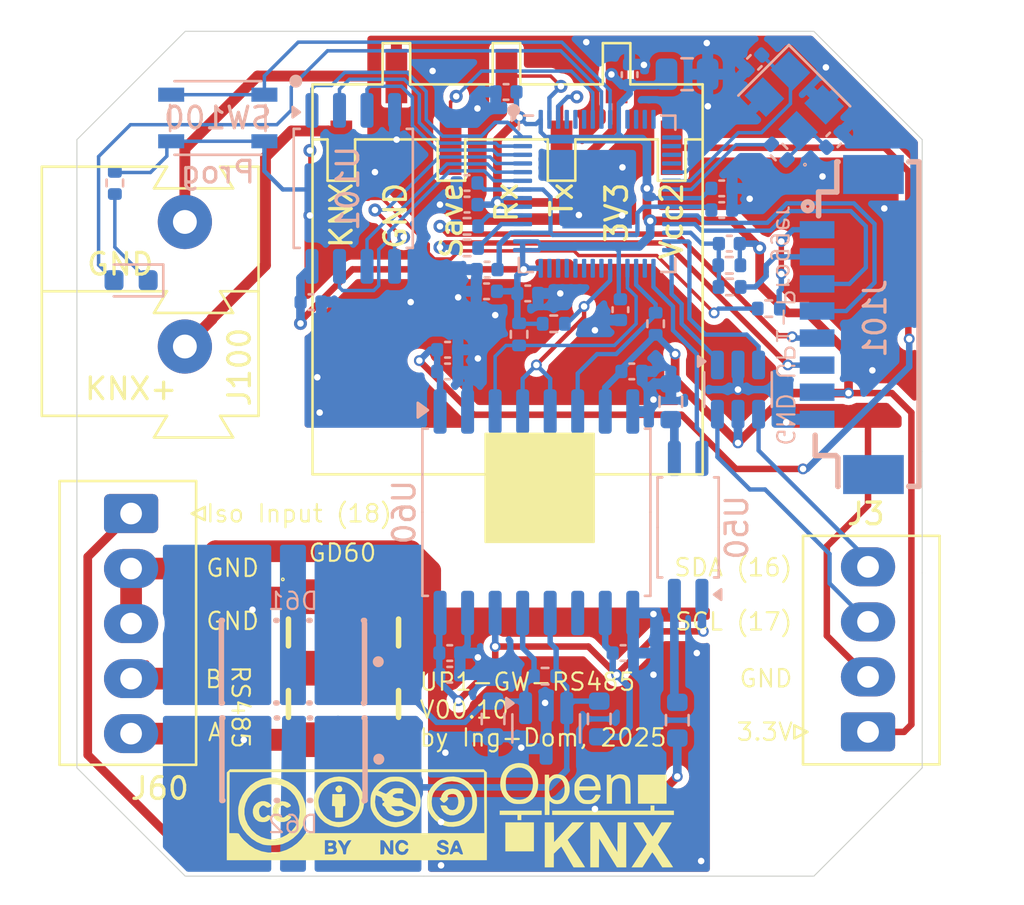
<source format=kicad_pcb>
(kicad_pcb (version 20240108) (generator "pcbnew") (generator_version "8.0")
  (title_block (date "2025-09-19") (rev "V00.10"))
  (layers (0 "F.Cu" signal) (31 "B.Cu" signal) (34 "B.Paste" user) (35 "F.Paste" user) (36 "B.SilkS" user "B.Silkscreen") (37 "F.SilkS" user "F.Silkscreen") (38 "B.Mask" user) (39 "F.Mask" user) (44 "Edge.Cuts" user))
  (net 0 "")
  (net 1 "GND")
  (net 2 "VCC2")
  (net 3 "GPIO22")
  (net 4 "GPIO23")
  (net 5 "GPIO24")
  (net 6 "GPIO25")
  (net 7 "GPIO26")
  (net 8 "GPIO27")
  (net 9 "GPIO28")
  (net 10 "GPIO29")
  (net 11 "GPIO20")
  (net 12 "GPIO21")
  (net 13 "GPIO18")
  (net 14 "GPIO19")
  (net 15 "GPIO16")
  (net 16 "GPIO17")
  (net 17 "GPIO14")
  (net 18 "GPIO15")
  (net 19 "KNX+")
  (net 20 "D+")
  (net 21 "D-")
  (net 22 "SWCLK")
  (net 23 "SWDIO")
  (net 24 "/Controller/XIN")
  (net 25 "RUN")
  (net 26 "+1V1")
  (net 27 "/Controller/QSPI_SS")
  (net 28 "BOOTSEL")
  (net 29 "/Controller/XOUT")
  (net 30 "/Controller/QSPI_SD3")
  (net 31 "/Controller/QSPI_SCLK")
  (net 32 "/Controller/QSPI_SD0")
  (net 33 "/Controller/QSPI_SD2")
  (net 34 "/Controller/QSPI_SD1")
  (net 35 "/Controller/GPIO11")
  (net 36 "/Controller/GPIO10")
  (net 37 "/Controller/GPIO9")
  (net 38 "/Controller/GPIO8")
  (net 39 "/Controller/GPIO4")
  (net 40 "/Controller/GPIO3")
  (net 41 "/Controller/GPIO2")
  (net 42 "KNX_Tx")
  (net 43 "KNX_Rx")
  (net 44 "KNX_SAVE")
  (net 45 "PROGLED")
  (net 46 "PROGBTN")
  (net 47 "GPIO13")
  (net 48 "GPIO12")
  (net 49 "Net-(C101-Pad1)")
  (net 50 "+3.3V")
  (net 51 "Net-(U100-RUN)")
  (net 52 "Net-(D101-K)")
  (net 53 "Net-(U100-USB_DP)")
  (net 54 "Net-(U100-USB_DM)")
  (net 55 "GND1")
  (net 56 "+5VP")
  (net 57 "Net-(D60-A2)")
  (net 58 "Net-(D60-A1)")
  (net 59 "Net-(D61-OUT{slash}IN)")
  (net 60 "unconnected-(D61-NU-Pad2)")
  (net 61 "unconnected-(D62-NU-Pad2)")
  (net 62 "Net-(D62-OUT{slash}IN)")
  (net 64 "Net-(J60-Pin_1)")
  (net 65 "Net-(J3-Pin_3)")
  (net 66 "Net-(R50-Pad2)")
  (net 67 "Net-(R51-Pad1)")
  (net 68 "Net-(J3-Pin_4)")
  (footprint "OpenKNX:KNX_Connector" (layer "F.Cu") (at 95.38138 113)
    (property "Reference" "J100")
    (property "Value" "KNX_Conn")
  )
  (footprint "OpenKNX:NanoBCU_PinHeader_SMD_low_profile" (layer "F.Cu") (at 102.2 104.72 90)
    (property "Reference" "GN100")
    (property "Value" "OpenKNX NanoBCU" (hide yes))
  )
  (footprint "DomsKiCADLib:Cixi_Kefa_KF128-2.54-4p" (layer "F.Cu") (at 126.5 133.34 90)
    (property "Reference" "J3")
    (property "Value" "Conn_01x04")
  )
  (footprint "DomsKiCADLib:JLCPCB_Tooling_hole" (layer "F.Cu") (at 95.15 112.53)
    (property "Reference" "REF**")
    (property "Value" "JLCPCB_Tooling_hole")
  )
  (footprint "OpenKNX:CC-BY-NY-SA_12x4" (layer "F.Cu") (at 102.9 137.15)
    (property "Reference" "G***")
    (property "Value" "LOGO" (hide yes))
  )
  (footprint "DomsKiCADLib:Wago243-131" (layer "F.Cu") (at 94.98 109.8)
    (property "Reference" "J100a" (hide yes))
    (property "Value" "Wago243-131" (hide yes))
  )
  (footprint "DomsKiCADLib:DIO-DT-SMD-3P_L7.5-W5.0" (layer "F.Cu") (at 102.3 130.4 -90)
    (property "Reference" "GD60")
    (property "Value" "2038-15-SM-RPLF")
  )
  (footprint "DomsKiCADLib:Wago243-131" (layer "F.Cu") (at 94.98 115.55)
    (property "Reference" "J100b" (hide yes))
    (property "Value" "Wago243-131" (hide yes))
  )
  (footprint "DomsKiCADLib:JLCPCB_Tooling_hole" (layer "F.Cu") (at 124.92 136.46)
    (property "Reference" "REF**")
    (property "Value" "JLCPCB_Tooling_hole")
  )
  (footprint "OpenKNX:OpenKNX_Logo_10x10" (layer "F.Cu") (at 113.525 137.175)
    (property "Reference" "G***")
    (property "Value" "LOGO" (hide yes))
  )
  (footprint "DomsKiCADLib:Cixi_Kefa_KF128-2.54-5p" (layer "F.Cu") (at 92.5 123.26 -90)
    (property "Reference" "J60")
    (property "Value" "Conn_01x05")
  )
  (footprint "Capacitor_SMD:C_0402_1005Metric" (layer "B.Cu") (at 100.8 113.5)
    (property "Reference" "C103")
    (property "Value" "100n")
  )
  (footprint "Capacitor_SMD:C_0402_1005Metric" (layer "B.Cu") (at 121.256777 102.433223 -135)
    (property "Reference" "C102")
    (property "Value" "33p")
  )
  (footprint "Capacitor_SMD:C_0402_1005Metric" (layer "B.Cu") (at 124.916777 106.013223 45)
    (property "Reference" "C101")
    (property "Value" "33p")
  )
  (footprint "Capacitor_SMD:C_0402_1005Metric" (layer "B.Cu") (at 120.1 110.8 180)
    (property "Reference" "C105")
    (property "Value" "220pF")
  )
  (footprint "Capacitor_SMD:C_0805_2012Metric" (layer "B.Cu") (at 118.15 102.98)
    (property "Reference" "C109")
    (property "Value" "10u")
  )
  (footprint "Capacitor_SMD:C_0402_1005Metric" (layer "B.Cu") (at 108 108 180)
    (property "Reference" "C132")
    (property "Value" "100n")
  )
  (footprint "Capacitor_SMD:C_0402_1005Metric" (layer "B.Cu") (at 108 109 180)
    (property "Reference" "C110")
    (property "Value" "100n")
  )
  (footprint "Capacitor_SMD:C_0402_1005Metric" (layer "B.Cu") (at 115.075 113.85 -90)
    (property "Reference" "C112")
    (property "Value" "100n")
  )
  (footprint "Capacitor_SMD:C_0402_1005Metric" (layer "B.Cu") (at 119.75 108.25)
    (property "Reference" "C113")
    (property "Value" "100n")
  )
  (footprint "Capacitor_SMD:C_0402_1005Metric" (layer "B.Cu") (at 115.5 103 90)
    (property "Reference" "C114")
    (property "Value" "100n")
  )
  (footprint "Capacitor_SMD:C_0402_1005Metric" (layer "B.Cu") (at 109.8 103.8 180)
    (property "Reference" "C115")
    (property "Value" "100n")
  )
  (footprint "Resistor_SMD:R_0402_1005Metric" (layer "B.Cu") (at 91.75 108 90)
    (property "Reference" "R101")
    (property "Value" "1k")
  )
  (footprint "Resistor_SMD:R_0402_1005Metric" (layer "B.Cu") (at 121.92 113.8)
    (property "Reference" "R103")
    (property "Value" "1k")
  )
  (footprint "Resistor_SMD:R_0402_1005Metric" (layer "B.Cu") (at 122.396777 106.574401 -45)
    (property "Reference" "R102")
    (property "Value" "1k")
  )
  (footprint "Resistor_SMD:R_0402_1005Metric" (layer "B.Cu") (at 108 110)
    (property "Reference" "R107")
    (property "Value" "22")
  )
  (footprint "Resistor_SMD:R_0402_1005Metric" (layer "B.Cu") (at 108 111)
    (property "Reference" "R108")
    (property "Value" "22")
  )
  (footprint "Resistor_SMD:R_0402_1005Metric" (layer "B.Cu") (at 120.1 111.8)
    (property "Reference" "R105")
    (property "Value" "2k2")
  )
  (footprint "Package_DFN_QFN:QFN-56-1EP_7x7mm_P0.4mm_EP3.2x3.2mm" (layer "B.Cu") (at 114 108.5 -90)
    (property "Reference" "U100")
    (property "Value" "RP2040")
  )
  (footprint "Capacitor_SMD:C_0402_1005Metric" (layer "B.Cu") (at 119.75 109.25)
    (property "Reference" "C131")
    (property "Value" "100n")
  )
  (footprint "EasyEDAModLib:C455282_SW-SMD_4P-L4.2-W3.3-P2.15-LS5.1" (layer "B.Cu") (at 96.5 105)
    (property "Reference" "SW100")
    (property "Value" "Prog")
  )
  (footprint "Package_SO:SOIC-8_5.275x5.275mm_P1.27mm" (layer "B.Cu") (at 102.75 108.25 -90)
    (property "Reference" "U101")
    (property "Value" "W25Q128JVS")
  )
  (footprint "Crystal:Crystal_SMD_3225-4Pin_3.2x2.5mm" (layer "B.Cu") (at 123.096777 104.213223 -45)
    (property "Reference" "Y100")
    (property "Value" "12MHz")
  )
  (footprint "Capacitor_SMD:C_0402_1005Metric" (layer "B.Cu") (at 108.925 112 180)
    (property "Reference" "C130")
    (property "Value" "1u")
  )
  (footprint "LED_SMD:LED_0603_1608Metric" (layer "B.Cu") (at 92.5 112.5 180)
    (property "Reference" "D101")
    (property "Value" "LED")
  )
  (footprint "Capacitor_SMD:C_0402_1005Metric" (layer "B.Cu") (at 108.9 113 180)
    (property "Reference" "C120")
    (property "Value" "1u")
  )
  (footprint "Capacitor_SMD:C_0402_1005Metric" (layer "B.Cu") (at 110.8 113.1)
    (property "Reference" "C111")
    (property "Value" "100n")
  )
  (footprint "Resistor_SMD:R_0402_1005Metric" (layer "B.Cu") (at 120.11 112.8)
    (property "Reference" "R106")
    (property "Value" "220")
  )
  (footprint "Resistor_SMD:R_0603_1608Metric" (layer "B.Cu") (at 114.1 132.7425 90)
    (property "Reference" "R62")
    (property "Value" "390")
  )
  (footprint "Resistor_SMD:R_0402_1005Metric" (layer "B.Cu") (at 116.7 114.5 90)
    (property "Reference" "R65")
    (property "Value" "10k")
  )
  (footprint "Package_SO:SOIC-16W_7.5x10.3mm_P1.27mm" (layer "B.Cu") (at 111.2 123.2 -90)
    (property "Reference" "U60")
    (property "Value" "IS2092VW")
  )
  (footprint "Capacitor_SMD:C_0402_1005Metric" (layer "B.Cu") (at 107.2 130.7)
    (property "Reference" "C64")
    (property "Value" "10uF/6.3V")
  )
  (footprint "Capacitor_SMD:C_0402_1005Metric" (layer "B.Cu") (at 115.6 116.7)
    (property "Reference" "C62")
    (property "Value" "1u")
  )
  (footprint "Resistor_SMD:R_0402_1005Metric" (layer "B.Cu") (at 110.4 114.99 -90)
    (property "Reference" "R63")
    (property "Value" "10k")
  )
  (footprint "Resistor_SMD:R_0603_1608Metric" (layer "B.Cu") (at 117.4 118.1 -90)
    (property "Reference" "R50")
    (property "Value" "820")
  )
  (footprint "DomsKiCADLib:DIO-SMD_3P-L6.5-W4.0-BI" (layer "B.Cu") (at 99.991914 134.6 180)
    (property "Reference" "D62")
    (property "Value" "TBU-CA065-200-WH")
  )
  (footprint "Capacitor_SMD:C_0402_1005Metric" (layer "B.Cu") (at 107.1 115.7)
    (property "Reference" "C60")
    (property "Value" "10uF/6.3V")
  )
  (footprint "Resistor_SMD:R_0603_1608Metric" (layer "B.Cu") (at 117.7 132.8 -90)
    (property "Reference" "R51")
    (property "Value" "820")
  )
  (footprint "Capacitor_SMD:C_0402_1005Metric" (layer "B.Cu") (at 115.2 129.7)
    (property "Reference" "C65")
    (property "Value" "1u")
  )
  (footprint "Resistor_SMD:R_0402_1005Metric" (layer "B.Cu") (at 112 114.5)
    (property "Reference" "R64")
    (property "Value" "10k")
  )
  (footprint "EasyEDALib:CONN-SMD_8P-P1.25-L4.4-W14.8_reversed" (layer "B.Cu") (at 125.450025 114.534943 -90)
    (property "Reference" "J101")
    (property "Value" "Conn_01x10")
  )
  (footprint "Package_TO_SOT_SMD:SOT-23-6" (layer "B.Cu") (at 120.5 117.5375 -90)
    (property "Reference" "U1")
    (property "Value" "USBLC6-2SC6")
  )
  (footprint "Capacitor_SMD:C_0402_1005Metric" (layer "B.Cu") (at 107.1 116.7)
    (property "Reference" "C61")
    (property "Value" "100nF")
  )
  (footprint "Resistor_SMD:R_0402_1005Metric" (layer "B.Cu") (at 111.6 130.7675)
    (property "Reference" "R61")
    (property "Value" "220")
  )
  (footprint "Capacitor_SMD:C_0402_1005Metric" (layer "B.Cu") (at 107.2 129.7)
    (property "Reference" "C63")
    (property "Value" "100nF")
  )
  (footprint "DomsKiCADLib:DIO-SMD_3P-L6.5-W4.0-BI" (layer "B.Cu") (at 99.966933 130.1 180)
    (property "Reference" "D61")
    (property "Value" "TBU-CA065-200-WH" (hide yes))
  )
  (footprint "Package_SO:SOP-4_4.4x2.6mm_P1.27mm" (layer "B.Cu") (at 118.2 123.9 90)
    (property "Reference" "U50")
    (property "Value" "LTV-217-B-G")
  )
  (footprint "Resistor_SMD:R_0603_1608Metric" (layer "B.Cu") (at 109.2 132.7425 -90)
    (property "Reference" "R60")
    (property "Value" "390")
  )
  (footprint "Package_TO_SOT_SMD:SOT-23" (layer "B.Cu") (at 111.65 133.18 -90)
    (property "Reference" "D60")
    (property "Value" "SM712")
  )
  (gr_circle (center 100.1 103.3) (end 100.25 103.3) (stroke (width 0.3)) (fill none) (layer "B.SilkS"))
  (gr_circle (center 110.15 104.65) (end 110.3 104.65) (stroke (width 0.3)) (fill none) (layer "B.SilkS"))
  (gr_rect (start 108.85 119.575) (end 113.85 124.575) (stroke (width 0.1)) (fill solid) (layer "F.SilkS"))
  (gr_line (start 90 118.6) (end 90 106) (stroke (width 0.05)) (layer "Edge.Cuts"))
  (gr_line (start 112.5 101) (end 124 101) (stroke (width 0.05)) (layer "Edge.Cuts"))
  (gr_line (start 129 135) (end 124 140) (stroke (width 0.05)) (layer "Edge.Cuts"))
  (gr_line (start 90 118.6) (end 90 135) (stroke (width 0.05)) (layer "Edge.Cuts"))
  (gr_line (start 129 126) (end 129 135) (stroke (width 0.05)) (layer "Edge.Cuts"))
  (gr_line (start 129 120.4) (end 129 126) (stroke (width 0.05)) (layer "Edge.Cuts"))
  (gr_line (start 106 140) (end 124 140) (stroke (width 0.05)) (layer "Edge.Cuts"))
  (gr_line (start 95 140) (end 90 135) (stroke (width 0.05)) (layer "Edge.Cuts"))
  (gr_line (start 95 140) (end 106 140) (stroke (width 0.05)) (layer "Edge.Cuts"))
  (gr_line (start 95 101) (end 112.5 101) (stroke (width 0.05)) (layer "Edge.Cuts"))
  (gr_line (start 129 106) (end 129 120.4) (stroke (width 0.05)) (layer "Edge.Cuts"))
  (gr_line (start 95 101) (end 90 106) (stroke (width 0.05)) (layer "Edge.Cuts"))
  (gr_line (start 124 101) (end 129 106) (stroke (width 0.05)) (layer "Edge.Cuts"))
  (gr_text "GND UP1-Progger" (at 122.2 120.2 270) (layer "B.SilkS") (effects (font (size 0.8 0.8) (thickness 0.1)) (justify left bottom mirror)))
  (gr_text "B" (at 95.85 131.375 0) (layer "F.SilkS") (effects (font (size 0.8 0.8) (thickness 0.1)) (justify left bottom)))
  (gr_text "Iso Input (18)" (at 95.9 123.26 0) (layer "F.SilkS") (effects (font (size 0.8 0.8) (thickness 0.1)) (justify left)))
  (gr_text "RS485" (at 97.075 130.2 -90) (layer "F.SilkS") (effects (font (size 0.8 0.8) (thickness 0.1)) (justify left bottom)))
  (gr_text "A" (at 95.975 133.825 0) (layer "F.SilkS") (effects (font (size 0.8 0.8) (thickness 0.1)) (justify left bottom)))
  (gr_text "UP1-GW-RS485\nV00.10\nby Ing-Dom, 2025" (at 105.75 134.075 0) (layer "F.SilkS") (effects (font (size 0.8 0.8) (thickness 0.1)) (justify left bottom)))
  (gr_text "GND" (at 123.075 130.875 0) (layer "F.SilkS") (effects (font (size 0.8 0.8) (thickness 0.1)) (justify right)))
  (gr_text "3.3V" (at 123.1 133.34 0) (layer "F.SilkS") (effects (font (size 0.8 0.8) (thickness 0.1)) (justify right)))
  (gr_text "GND" (at 95.9 125.775 0) (layer "F.SilkS") (effects (font (size 0.8 0.8) (thickness 0.1)) (justify left)))
  (gr_text "SDA (16)" (at 123.075 125.75 0) (layer "F.SilkS") (effects (font (size 0.8 0.8) (thickness 0.1)) (justify right)))
  (gr_text "SCL (17)" (at 123.075 128.25 0) (layer "F.SilkS") (effects (font (size 0.8 0.8) (thickness 0.1)) (justify right)))
  (gr_text "GND" (at 95.9 128.225 0) (layer "F.SilkS") (effects (font (size 0.8 0.8) (thickness 0.1)) (justify left)))
  (segment (start 126.5 122.875) (end 124.6 124.775) (width 0.3) (layer "F.Cu") (net 1))
  (segment (start 104.74 103.065) (end 98.335 103.065) (width 0.5) (layer "F.Cu") (net 1))
  (segment (start 124.6 124.775) (end 124.6 128.9) (width 0.3) (layer "F.Cu") (net 1))
  (segment (start 126.5 122.875) (end 126.5 119.2) (width 0.3) (layer "F.Cu") (net 1))
  (segment (start 126.35 119.05) (end 126.5 119.2) (width 0.3) (layer "F.Cu") (net 1))
  (segment (start 125.372686 130.8) (end 126.5 130.8) (width 0.25) (layer "F.Cu") (net 1))
  (segment (start 94.98138 106.41862) (end 94.98138 109.8) (width 0.5) (layer "F.Cu") (net 1))
  (segment (start 125.86 130.16) (end 126.5 130.8) (width 0.25) (layer "F.Cu") (net 1))
  (segment (start 122.725 119.05) (end 126.35 119.05) (width 0.3) (layer "F.Cu") (net 1))
  (segment (start 124.6 128.9) (end 126.5 130.8) (width 0.3) (layer "F.Cu") (net 1))
  (segment (start 98.335 103.065) (end 94.98138 106.41862) (width 0.5) (layer "F.Cu") (net 1))
  (via (at 106.41 102.83) (size 0.6) (drill 0.3) (layers "F.Cu" "B.Cu") (net 1))
  (via (at 120.5 117.5375) (size 0.5) (drill 0.3) (layers "F.Cu" "B.Cu") (net 1))
  (via (at 101.09 116.97) (size 0.5) (drill 0.3) (layers "F.Cu" "B.Cu") (net 1))
  (via (at 119.11 104.46) (size 0.5) (drill 0.3) (layers "F.Cu" "B.Cu") (net 1))
  (via (at 106.75 109) (size 0.6) (drill 0.3) (layers "F.Cu" "B.Cu") (net 1))
  (via (at 122.725 119.05) (size 0.5) (drill 0.3) (layers "F.Cu" "B.Cu") (net 1))
  (via (at 113.5 101.5) (size 0.5) (drill 0.3) (layers "F.Cu" "B.Cu") (net 1))
  (via (at 108.5 116.1) (size 0.5) (drill 0.3) (layers "F.Cu" "B.Cu") (net 1))
  (via (at 116.16 102.55) (size 0.6) (drill 0.3) (layers "F.Cu" "B.Cu") (net 1))
  (via (at 105.4 113.5) (size 0.6) (drill 0.3) (layers "F.Cu" "B.Cu") (net 1))
  (via (at 115.17 107.28) (size 0.5) (drill 0.3) (layers "F.Cu" "B.Cu") (net 1))
  (via (at 113.16 109.48) (size 0.5) (drill 0.3) (layers "F.Cu" "B.Cu") (net 1))
  (via (at 109.3 114.1) (size 0.5) (drill 0.3) (layers "F.Cu" "B.Cu") (net 1))
  (via (at 113.9 114.8) (size 0.5) (drill 0.3) (layers "F.Cu" "B.Cu") (net 1))
  (via (at 101.2 118.6) (size 0.5) (drill 0.3) (layers "F.Cu" "B.Cu") (net 1))
  (via (at 108.48 104.56) (size 0.5) (drill 0.3) (layers "F.Cu" "B.Cu") (net 1))
  (via (at 115.15 109.5) (size 0.5) (drill 0.3) (layers "F.Cu" "B.Cu") (net 1))
  (via (at 116.6 118) (size 0.5) (drill 0.3) (layers "F.Cu" "B.Cu") (net 1))
  (via (at 104.75 106) (size 0.6) (drill 0.3) (layers "F.Cu" "B.Cu") (net 1))
  (via (at 107.59 113.28) (size 0.6) (drill 0.3) (layers "F.Cu" "B.Cu") (net 1))
  (via (at 127.25 109.175) (size 0.5) (drill 0.3) (layers "F.Cu" "B.Cu") (net 1))
  (via (at 124.556188 102.663812) (size 0.5) (drill 0.3) (layers "F.Cu" "B.Cu") (net 1))
  (via (at 124.4 107.7) (size 0.5) (drill 0.3) (layers "F.Cu" "B.Cu") (net 1))
  (via (at 126.7 116.65) (size 0.5) (drill 0.3) (layers "F.Cu" "B.Cu") (net 1))
  (via (at 100.75 109.5) (size 0.6) (drill 0.3) (layers "F.Cu" "B.Cu") (net 1))
  (via (at 121.04 108.73) (size 0.6) (drill 0.3) (layers "F.Cu" "B.Cu") (net 1))
  (via (at 103.75 107.5) (size 0.6) (drill 0.3) (layers "F.Cu" "B.Cu") (net 1))
  (via (at 119.06 101.54) (size 0.5) (drill 0.3) (layers "F.Cu" "B.Cu") (net 1))
  (via (at 112.3 113.1) (size 0.5) (drill 0.3) (layers "F.Cu" "B.Cu") (net 1))
  (segment (start 94.15 106.075) (end 95.11 106.075) (width 0.16) (layer "B.Cu") (net 1))
  (segment (start 114.43 114.33) (end 113.96 114.8) (width 0.3) (layer "B.Cu") (net 1))
  (segment (start 107.58 116.7) (end 107.7 116.7) (width 0.3) (layer "B.Cu") (net 1))
  (segment (start 115.075 114.33) (end 114.43 114.33) (width 0.3) (layer "B.Cu") (net 1))
  (segment (start 118.1 107.5) (end 121.563554 104.036446) (width 0.16) (layer "B.Cu") (net 1))
  (segment (start 94.15 106.76) (end 94.15 106.075) (width 0.16) (layer "B.Cu") (net 1))
  (segment (start 120.235 108.25) (end 120.56 108.25) (width 0.25) (layer "B.Cu") (net 1))
  (segment (start 107.515 109) (end 107.515 108) (width 0.4) (layer "B.Cu") (net 1))
  (segment (start 98.65 106.075) (end 98.65 107.45) (width 0.2) (layer "B.Cu") (net 1))
  (segment (start 91.75 107.515) (end 93.395 107.515) (width 0.16) (layer "B.Cu") (net 1))
  (segment (start 99.5 108.3) (end 102.95 108.3) (width 0.2) (layer "B.Cu") (net 1))
  (segment (start 95.11 106.075) (end 98.85 106.075) (width 0.16) (layer "B.Cu") (net 1))
  (segment (start 98.65 107.45) (end 99.5 108.3) (width 0.2) (layer "B.Cu") (net 1))
  (segment (start 120.52 109.25) (end 121.04 108.73) (width 0.25) (layer "B.Cu") (net 1))
  (segment (start 107.58 115.7) (end 107.58 116.7) (width 0.3) (layer "B.Cu") (net 1))
  (segment (start 102.95 108.3) (end 103.75 107.5) (width 0.2) (layer "B.Cu") (net 1))
  (segment (start 106.75 109) (end 107.515 109) (width 0.4) (layer "B.Cu") (net 1))
  (segment (start 93.395 107.515) (end 94.15 106.76) (width 0.16) (layer "B.Cu") (net 1))
  (segment (start 113.96 114.8) (end 113.9 114.8) (width 0.3) (layer "B.Cu") (net 1))
  (segment (start 107.7 116.7) (end 108.025 117.025) (width 0.3) (layer "B.Cu") (net 1))
  (segment (start 108.025 117.025) (end 108.025 118.55) (width 0.3) (layer "B.Cu") (net 1))
  (segment (start 121.563554 104.036446) (end 121.717919 104.036446) (width 0.16) (layer "B.Cu") (net 1))
  (segment (start 117.4375 107.5) (end 118.1 107.5) (width 0.16) (layer "B.Cu") (net 1))
  (segment (start 120.235 109.25) (end 120.235 108.25) (width 0.2) (layer "B.Cu") (net 1))
  (segment (start 120.235 109.25) (end 120.52 109.25) (width 0.25) (layer "B.Cu") (net 1))
  (segment (start 120.56 108.25) (end 121.04 108.73) (width 0.25) (layer "B.Cu") (net 1))
  (segment (start 117.9 118.7) (end 120.4 121.2) (width 0.3) (layer "F.Cu") (net 2))
  (segment (start 120.4 121.2) (end 123.5 121.2) (width 0.3) (layer "F.Cu") (net 2))
  (segment (start 128.36 107.46) (end 128.36 115.24) (width 0.3) (layer "F.Cu") (net 2))
  (segment (start 108.3 118.7) (end 117.9 118.7) (width 0.3) (layer "F.Cu") (net 2))
  (segment (start 117.44 106.375) (end 127.275 106.375) (width 0.3) (layer "F.Cu") (net 2))
  (segment (start 127.275 106.375) (end 128.36 107.46) (width 0.3) (layer "F.Cu") (net 2))
  (segment (start 105.8 116.2) (end 108.3 118.7) (width 0.3) (layer "F.Cu") (net 2))
  (via (at 123.5 121.2) (size 0.5) (drill 0.3) (layers "F.Cu" "B.Cu") (net 2))
  (via (at 105.8 116.2) (size 0.5) (drill 0.3) (layers "F.Cu" "B.Cu") (net 2))
  (via (at 128.4 115.2) (size 0.5) (drill 0.3) (layers "F.Cu" "B.Cu") (net 2))
  (segment (start 106.755 118.55) (end 106.755 116.835) (width 0.3) (layer "B.Cu") (net 2))
  (segment (start 106.755 116.835) (end 106.62 116.7) (width 0.3) (layer "B.Cu") (net 2))
  (segment (start 106.62 115.7) (end 106.3 115.7) (width 0.3) (layer "B.Cu") (net 2))
  (segment (start 106.62 116.7) (end 106.62 116.1) (width 0.3) (layer "B.Cu") (net 2))
  (segment (start 106.3 115.7) (end 105.8 116.2) (width 0.3) (layer "B.Cu") (net 2))
  (segment (start 123.680025 121.2) (end 128.4 116.480025) (width 0.3) (layer "B.Cu") (net 2))
  (segment (start 106.62 116.1) (end 106.62 115.7) (width 0.3) (layer "B.Cu") (net 2))
  (segment (start 123.5 121.2) (end 123.680025 121.2) (width 0.3) (layer "B.Cu") (net 2))
  (segment (start 128.4 116.480025) (end 128.4 115.2) (width 0.3) (layer "B.Cu") (net 2))
  (segment (start 111.2 116.4) (end 113.4 114.2) (width 0.2) (layer "F.Cu") (net 3))
  (segment (start 113.4 114.2) (end 113.4 113.7) (width 0.2) (layer "F.Cu") (net 3))
  (via (at 111.2 116.4) (size 0.5) (drill 0.3) (layers "F.Cu" "B.Cu") (net 3))
  (via (at 113.4 113.7) (size 0.5) (drill 0.3) (layers "F.Cu" "B.Cu") (net 3))
  (segment (start 110.565 118.55) (end 110.565 117.035) (width 0.2) (layer "B.Cu") (net 3))
  (segment (start 114.6 112.5) (end 114.6 111.9375) (width 0.2) (layer "B.Cu") (net 3))
  (segment (start 113.4 113.7) (end 114.6 112.5) (width 0.2) (layer "B.Cu") (net 3))
  (segment (start 110.565 117.035) (end 111.2 116.4) (width 0.2) (layer "B.Cu") (net 3))
  (segment (start 112.51 114.5) (end 112.6 114.5) (width 0.2) (layer "B.Cu") (net 3))
  (segment (start 111.2 116.4) (end 111.835 117.035) (width 0.2) (layer "B.Cu") (net 3))
  (segment (start 112.6 114.5) (end 113.4 113.7) (width 0.2) (layer "B.Cu") (net 3))
  (segment (start 111.835 117.035) (end 111.835 118.55) (width 0.2) (layer "B.Cu") (net 3))
  (segment (start 116.7 113.99) (end 116.7 114.080832) (width 0.2) (layer "B.Cu") (net 11))
  (segment (start 113.105 116.795) (end 113.105 118.55) (width 0.2) (layer "B.Cu") (net 11))
  (segment (start 116.7 114.080832) (end 114.880832 115.9) (width 0.2) (layer "B.Cu") (net 11))
  (segment (start 116.7 113.6) (end 116.7 113.99) (width 0.2) (layer "B.Cu") (net 11))
  (segment (start 114 115.9) (end 113.105 116.795) (width 0.2) (layer "B.Cu") (net 11))
  (segment (start 115.8 112.7) (end 116.7 113.6) (width 0.2) (layer "B.Cu") (net 11))
  (segment (start 115.8 111.9375) (end 115.8 112.7) (width 0.2) (layer "B.Cu") (net 11))
  (segment (start 114.880832 115.9) (end 114 115.9) (width 0.2) (layer "B.Cu") (net 11))
  (segment (start 115.4 111.9375) (end 115.4 112.7) (width 0.16) (layer "B.Cu") (net 12))
  (segment (start 114.8 115.5) (end 109.8 115.5) (width 0.16) (layer "B.Cu") (net 12))
  (segment (start 109.295 116.005) (end 109.295 118.55) (width 0.16) (layer "B.Cu") (net 12))
  (segment (start 115.4 112.843718) (end 115.8 113.243718) (width 0.16) (layer "B.Cu") (net 12))
  (segment (start 115.8 113.243718) (end 115.8 114.5) (width 0.16) (layer "B.Cu") (net 12))
  (segment (start 109.8 115.5) (end 109.295 116.005) (width 0.16) (layer "B.Cu") (net 12))
  (segment (start 115.8 114.5) (end 114.8 115.5) (width 0.16) (layer "B.Cu") (net 12))
  (segment (start 115.4 112.7) (end 115.4 112.702562) (width 0.16) (layer "B.Cu") (net 12))
  (segment (start 115.4 111.9375) (end 115.4 112.843718) (width 0.16) (layer "B.Cu") (net 12))
  (segment (start 116.6 111.9375) (end 116.6 112.8) (width 0.2) (layer "B.Cu") (net 13))
  (segment (start 116.6 112.8) (end 117.5 113.7) (width 0.2) (layer "B.Cu") (net 13))
  (segment (start 117.5 113.7) (end 117.5 114.8) (width 0.2) (layer "B.Cu") (net 13))
  (segment (start 118.835 119.535) (end 118.835 120.7125) (width 0.2) (layer "B.Cu") (net 13))
  (segment (start 117.5 114.8) (end 118.6 115.9) (width 0.2) (layer "B.Cu") (net 13))
  (segment (start 118.6 115.9) (end 118.6 119.3) (width 0.2) (layer "B.Cu") (net 13))
  (segment (start 118.6 119.3) (end 118.835 119.535) (width 0.2) (layer "B.Cu") (net 13))
  (segment (start 121.45 115.55) (end 120.9 115) (width 0.2) (layer "B.Cu") (net 15))
  (segment (start 120.9 115) (end 119 115) (width 0.2) (layer "B.Cu") (net 15))
  (segment (start 119 115) (end 118.26 114.26) (width 0.2) (layer "B.Cu") (net 15))
  (segment (start 121.45 116.4) (end 121.45 115.55) (width 0.2) (layer "B.Cu") (net 15))
  (segment (start 118.2 110.7) (end 117.4375 110.7) (width 0.2) (layer "B.Cu") (net 15))
  (segment (start 118.26 114.26) (end 118.26 110.76) (width 0.2) (layer "B.Cu") (net 15))
  (segment (start 118.26 110.76) (end 118.2 110.7) (width 0.2) (layer "B.Cu") (net 15))
  (segment (start 117.9 113.590884) (end 117.9 114.5) (width 0.2) (layer "B.Cu") (net 16))
  (segment (start 117.4375 111.1) (end 117.4375 113.128384) (width 0.2) (layer "B.Cu") (net 16))
  (segment (start 117.4375 113.128384) (end 117.9 113.590884) (width 0.2) (layer "B.Cu") (net 16))
  (segment (start 117.9 114.5) (end 119.55 116.15) (width 0.2) (layer "B.Cu") (net 16))
  (segment (start 119.55 116.15) (end 119.55 116.4) (width 0.2) (layer "B.Cu") (net 16))
  (segment (start 101.6 105.775) (end 102.2 106.375) (width 0.5) (layer "F.Cu") (net 19))
  (segment (start 96.231379 114.300001) (end 96.231379 114.268621) (width 0.5) (layer "F.Cu") (net 19))
  (segment (start 98.7 106.8) (end 99.9 105.6) (width 0.5) (layer "F.Cu") (net 19))
  (segment (start 99.9 105.6) (end 101.6 105.6) (width 0.5) (layer "F.Cu") (net 19))
  (segment (start 98.7 111.8) (end 98.7 106.8) (width 0.5) (layer "F.Cu") (net 19))
  (segment (start 94.98138 115.55) (end 96.231379 114.300001) (width 0.5) (layer "F.Cu") (net 19))
  (segment (start 101.6 105.6) (end 101.6 105.775) (width 0.5) (layer "F.Cu") (net 19))
  (segment (start 96.231379 114.268621) (end 98.7 111.8) (width 0.5) (layer "F.Cu") (net 19))
  (segment (start 122.95 115.05) (end 122.35 115.05) (width 0.25) (layer "F.Cu") (net 20))
  (segment (start 107.110001 110.360001) (end 106.75 110) (width 0.25) (layer "F.Cu") (net 20))
  (segment (start 123 115.1) (end 122.95 115.05) (width 0.25) (layer "F.Cu") (net 20))
  (segment (start 122.35 115.05) (end 117.660001 110.360001) (width 0.25) (layer "F.Cu") (net 20))
  (segment (start 117.660001 110.360001) (end 107.110001 110.360001) (width 0.25) (layer "F.Cu") (net 20))
  (via (at 106.75 110) (size 0.6) (drill 0.3) (layers "F.Cu" "B.Cu") (net 20))
  (via (at 123 115.1) (size 0.5) (drill 0.3) (layers "F.Cu" "B.Cu") (net 20))
  (segment (start 124.15005 115.159911) (end 123.059911 115.159911) (width 0.25) (layer "B.Cu") (net 20))
  (segment (start 123.059911 115.159911) (end 123 115.1) (width 0.25) (layer "B.Cu") (net 20))
  (segment (start 106.75 110) (end 107.515 110) (width 0.25) (layer "B.Cu") (net 20))
  (segment (start 106.78 110.97) (end 106.75 110.97) (width 0.25) (layer "F.Cu") (net 21))
  (segment (start 117.170011 110.770011) (end 106.979989 110.770011) (width 0.25) (layer "F.Cu") (net 21))
  (segment (start 106.979989 110.770011) (end 106.78 110.97) (width 0.25) (layer "F.Cu") (net 21))
  (segment (start 122.8 116.4) (end 117.170011 110.770011) (width 0.25) (layer "F.Cu") (net 21))
  (via (at 122.8 116.4) (size 0.5) (drill 0.3) (layers "F.Cu" "B.Cu") (net 21))
  (via (at 106.75 110.97) (size 0.6) (drill 0.3) (layers "F.Cu" "B.Cu") (net 21))
  (segment (start 106.75 110.97) (end 107.485 110.97) (width 0.25) (layer "B.Cu") (net 21))
  (segment (start 124.15005 116.409848) (end 122.809848 116.409848) (width 0.25) (layer "B.Cu") (net 21))
  (segment (start 122.809848 116.409848) (end 122.8 116.4) (width 0.25) (layer "B.Cu") (net 21))
  (segment (start 107.485 110.97) (end 107.515 111) (width 0.25) (layer "B.Cu") (net 21))
  (segment (start 121.85023 109.840654) (end 121.945442 109.745442) (width 0.2) (layer "B.Cu") (net 22))
  (segment (start 125.490025 113.909975) (end 124.15005 113.909975) (width 0.2) (layer "B.Cu") (net 22))
  (segment (start 118.618692 109.5) (end 118.959346 109.840654) (width 0.2) (layer "B.Cu") (net 22))
  (segment (start 126.8 112.6) (end 125.490025 113.909975) (width 0.2) (layer "B.Cu") (net 22))
  (segment (start 118.959346 109.840654) (end 121.85023 109.840654) (width 0.2) (layer "B.Cu") (net 22))
  (segment (start 122.54 109.150883) (end 122.750883 108.94) (width 0.2) (layer "B.Cu") (net 22))
  (segment (start 122.750883 108.94) (end 125.849116 108.94) (width 0.2) (layer "B.Cu") (net 22))
  (segment (start 121.945442 109.745442) (end 122.54 109.150883) (width 0.2) (layer "B.Cu") (net 22))
  (segment (start 126.8 109.890884) (end 126.8 112.6) (width 0.2) (layer "B.Cu") (net 22))
  (segment (start 117.4375 109.5) (end 118.618692 109.5) (width 0.2) (layer "B.Cu") (net 22))
  (segment (start 125.849116 108.94) (end 126.8 109.890884) (width 0.2) (layer "B.Cu") (net 22))
  (segment (start 126.4 111.9) (end 125.640216 112.659784) (width 0.2) (layer "B.Cu") (net 23))
  (segment (start 121.999346 110.200654) (end 122.9 109.3) (width 0.2) (layer "B.Cu") (net 23))
  (segment (start 118.810216 110.200654) (end 121.999346 110.200654) (width 0.2) (layer "B.Cu") (net 23))
  (segment (start 118.509562 109.9) (end 118.810216 110.200654) (width 0.2) (layer "B.Cu") (net 23))
  (segment (start 122.9 109.3) (end 125.7 109.3) (width 0.2) (layer "B.Cu") (net 23))
  (segment (start 125.7 109.3) (end 126.4 110) (width 0.2) (layer "B.Cu") (net 23))
  (segment (start 126.4 110) (end 126.4 111.9) (width 0.2) (layer "B.Cu") (net 23))
  (segment (start 117.4375 109.9) (end 118.509562 109.9) (width 0.2) (layer "B.Cu") (net 23))
  (segment (start 125.640216 112.659784) (end 124.15005 112.659784) (width 0.2) (layer "B.Cu") (net 23))
  (segment (start 122.92 104.34) (end 122.92 102.834365) (width 0.16) (layer "B.Cu") (net 24))
  (segment (start 121.58 105.68) (end 122.92 104.34) (width 0.16) (layer "B.Cu") (net 24))
  (segment (start 121.596188 102.093812) (end 122.336741 102.834365) (width 0.16) (layer "B.Cu") (net 24))
  (segment (start 117.4375 107.9) (end 118.294416 107.9) (width 0.16) (layer "B.Cu") (net 24))
  (segment (start 122.336741 102.834365) (end 122.92 102.834365) (width 0.16) (layer "B.Cu") (net 24))
  (segment (start 120.514416 105.68) (end 121.58 105.68) (width 0.16) (layer "B.Cu") (net 24))
  (segment (start 118.294416 107.9) (end 120.514416 105.68) (width 0.16) (layer "B.Cu") (net 24))
  (segment (start 121.3 112.8) (end 120.62 112.8) (width 0.25) (layer "B.Cu") (net 25))
  (segment (start 121.8 112.3) (end 121.3 112.8) (width 0.25) (layer "B.Cu") (net 25))
  (segment (start 121.8 111.8) (end 121.8 112.1) (width 0.25) (layer "B.Cu") (net 25))
  (segment (start 121.8 112.1) (end 121.8 112.3) (width 0.25) (layer "B.Cu") (net 25))
  (segment (start 124.15005 111.409848) (end 122.190152 111.409848) (width 0.25) (layer "B.Cu") (net 25))
  (segment (start 122.190152 111.409848) (end 121.8 111.8) (width 0.25) (layer "B.Cu") (net 25))
  (segment (start 115.86001 109.38999) (end 115.86001 110.35999) (width 0.2) (layer "B.Cu") (net 26))
  (segment (start 116.75 109.1) (end 116.15 109.1) (width 0.2) (layer "B.Cu") (net 26))
  (segment (start 108.785 108.3) (end 108.485 108) (width 0.2) (layer "B.Cu") (net 26))
  (segment (start 117.4375 109.1) (end 116.75 109.1) (width 0.2) (layer "B.Cu") (net 26))
  (segment (start 116.75 109.1) (end 116.4 109.1) (width 0.2) (layer "B.Cu") (net 26))
  (segment (start 116.271198 109.1) (end 116.4 109.1) (width 0.2) (layer "B.Cu") (net 26))
  (segment (start 110.5625 110.3) (end 111.85 110.3) (width 0.2) (layer "B.Cu") (net 26))
  (segment (start 110.5625 110.3) (end 110.025 110.3) (width 0.2) (layer "B.Cu") (net 26))
  (segment (start 111.95 110.4) (end 111.85 110.3) (width 0.2) (layer "B.Cu") (net 26))
  (segment (start 111.5 108.3) (end 110.5625 108.3) (width 0.2) (layer "B.Cu") (net 26))
  (segment (start 111.85 110.3) (end 111.85 108.65) (width 0.2) (layer "B.Cu") (net 26))
  (segment (start 115.86001 110.35999) (end 115.82 110.4) (width 0.2) (layer "B.Cu") (net 26))
  (segment (start 110.025 110.3) (end 109.8725 110.4525) (width 0.2) (layer "B.Cu") (net 26))
  (segment (start 117.4375 109.1) (end 119.115 109.1) (width 0.2) (layer "B.Cu") (net 26))
  (segment (start 110.5625 108.3) (end 108.785 108.3) (width 0.2) (layer "B.Cu") (net 26))
  (segment (start 109.485 112) (end 109.485 110.84) (width 0.25) (layer "B.Cu") (net 26))
  (segment (start 111.85 108.65) (end 111.5 108.3) (width 0.2) (layer "B.Cu") (net 26))
  (segment (start 119.115 109.1) (end 119.265 109.25) (width 0.2) (layer "B.Cu") (net 26))
  (segment (start 109.485 110.84) (end 109.8725 110.4525) (width 0.25) (layer "B.Cu") (net 26))
  (segment (start 116.15 109.1) (end 115.86001 109.38999) (width 0.2) (layer "B.Cu") (net 26))
  (segment (start 115.82 110.4) (end 111.95 110.4) (width 0.2) (layer "B.Cu") (net 26))
  (segment (start 100.75 106.5) (end 100.75 107.75) (width 0.16) (layer "F.Cu") (net 27))
  (segment (start 113.15 111.35) (end 116.75 111.35) (width 0.16) (layer "F.Cu") (net 27))
  (segment (start 104.084161 108.709999) (end 106.209999 110.835837) (width 0.16) (layer "F.Cu") (net 27))
  (segment (start 112.935021 111.135021) (end 113.15 111.35) (width 0.16) (layer "F.Cu") (net 27))
  (segment (start 101.75 108.75) (end 103.450798 108.75) (width 0.16) (layer "F.Cu") (net 27))
  (segment (start 103.450798 108.75) (end 103.490799 108.709999) (width 0.16) (layer "F.Cu") (net 27))
  (segment (start 107.634979 111.135021) (end 112.935021 111.135021) (width 0.16) (layer "F.Cu") (net 27))
  (segment (start 106.209999 111.229201) (end 106.490799 111.510001) (width 0.16) (layer "F.Cu") (net 27))
  (segment (start 103.490799 108.709999) (end 104.084161 108.709999) (width 0.16) (layer "F.Cu") (net 27))
  (segment (start 106.490799 111.510001) (end 107.259999 111.510001) (width 0.16) (layer "F.Cu") (net 27))
  (segment (start 116.75 111.35) (end 119.4 114) (width 0.16) (layer "F.Cu") (net 27))
  (segment (start 100.75 107.75) (end 101.75 108.75) (width 0.16) (layer "F.Cu") (net 27))
  (segment (start 106.209999 110.835837) (end 106.209999 111.229201) (width 0.16) (layer "F.Cu") (net 27))
  (segment (start 107.259999 111.510001) (end 107.634979 111.135021) (width 0.16) (layer "F.Cu") (net 27))
  (via (at 100.75 106.5) (size 0.6) (drill 0.3) (layers "F.Cu" "B.Cu") (net 27))
  (via (at 119.4 114) (size 0.5) (drill 0.3) (layers "F.Cu" "B.Cu") (net 27))
  (segment (start 101 103.5) (end 100.845 103.655) (width 0.16) (layer "B.Cu") (net 27))
  (segment (start 100.845 106.405) (end 100.75 106.5) (width 0.16) (layer "B.Cu") (net 27))
  (segment (start 109.8675 105.205) (end 109.29 105.205) (width 0.16) (layer "B.Cu") (net 27))
  (segment (start 100.845 104.6375) (end 100.845 106.405) (width 0.16) (layer "B.Cu") (net 27))
  (segment (start 109.29 105.205) (end 108.655059 105.839941) (width 0.16) (layer "B.Cu") (net 27))
  (segment (start 105.231654 102.89497) (end 102.35503 102.89497) (width 0.16) (layer "B.Cu") (net 27))
  (segment (start 106.117552 105.082428) (end 106.117551 103.780867) (width 0.16) (layer "B.Cu") (net 27))
  (segment (start 102.35503 102.89497) (end 101.75 103.5) (width 0.16) (layer "B.Cu") (net 27))
  (segment (start 110.5625 105.9) (end 109.8675 105.205) (width 0.16) (layer "B.Cu") (net 27))
  (segment (start 121.44 113.8) (end 119.6 113.8) (width 0.2) (layer "B.Cu") (net 27))
  (segment (start 101.75 103.5) (end 101 103.5) (width 0.16) (layer "B.Cu") (net 27))
  (segment (start 119.6 113.8) (end 119.4 114) (width 0.2) (layer "B.Cu") (net 27))
  (segment (start 106.875065 105.839941) (end 106.117552 105.082428) (width 0.16) (layer "B.Cu") (net 27))
  (segment (start 106.117551 103.780867) (end 105.231654 102.89497) (width 0.16) (layer "B.Cu") (net 27))
  (segment (start 109.8775 105.205) (end 109.29 105.205) (width 0.16) (layer "B.Cu") (net 27))
  (segment (start 108.655059 105.839941) (end 106.875065 105.839941) (width 0.16) (layer "B.Cu") (net 27))
  (segment (start 100.845 103.655) (end 100.845 104.6375) (width 0.16) (layer "B.Cu") (net 27))
  (segment (start 122.5 112.2) (end 122.5 110.7) (width 0.25) (layer "F.Cu") (net 28))
  (via (at 122.5 112.2) (size 0.5) (drill 0.3) (layers "F.Cu" "B.Cu") (net 28))
  (via (at 122.5 110.7) (size 0.5) (drill 0.3) (layers "F.Cu" "B.Cu") (net 28))
  (segment (start 122.4 113) (end 122.4 113.8) (width 0.25) (layer "B.Cu") (net 28))
  (segment (start 123.040089 110.159911) (end 122.5 110.7) (width 0.25) (layer "B.Cu") (net 28))
  (segment (start 122.5 112.9) (end 122.4 113) (width 0.25) (layer "B.Cu") (net 28))
  (segment (start 122.5 112.2) (end 122.5 112.9) (width 0.25) (layer "B.Cu") (net 28))
  (segment (start 124.15005 110.159911) (end 123.040089 110.159911) (width 0.25) (layer "B.Cu") (net 28))
  (segment (start 120.411988 106.23499) (end 122.057366 106.23499) (width 0.16) (layer "B.Cu") (net 29))
  (segment (start 118.346978 108.3) (end 120.411988 106.23499) (width 0.16) (layer "B.Cu") (net 29))
  (segment (start 117.4375 108.3) (end 118.346978 108.3) (width 0.16) (layer "B.Cu") (net 29))
  (segment (start 102.115 112.825) (end 102.115 111.8625) (width 0.16) (layer "B.Cu") (net 30))
  (segment (start 103.92501 111.07499) (end 103.92501 112.73655) (width 0.16) (layer "B.Cu") (net 30))
  (segment (start 103.69655 112.96501) (end 102.25501 112.96501) (width 0.16) (layer "B.Cu") (net 30))
  (segment (start 108.793012 107.43999) (end 107.206988 107.43999) (width 0.16) (layer "B.Cu") (net 30))
  (segment (start 104.396978 110.25) (end 104.396978 110.603022) (width 0.16) (layer "B.Cu") (net 30))
  (segment (start 110.5625 107.9) (end 109.253022 107.9) (width 0.16) (layer "B.Cu") (net 30))
  (segment (start 107.206988 107.43999) (end 104.396978 110.25) (width 0.16) (layer "B.Cu") (net 30))
  (segment (start 109.253022 107.9) (end 108.793012 107.43999) (width 0.16) (layer "B.Cu") (net 30))
  (segment (start 104.396978 110.603022) (end 103.92501 111.07499) (width 0.16) (layer "B.Cu") (net 30))
  (segment (start 102.25501 112.96501) (end 102.115 112.825) (width 0.16) (layer "B.Cu") (net 30))
  (segment (start 103.92501 112.73655) (end 103.69655 112.96501) (width 0.16) (layer "B.Cu") (net 30))
  (segment (start 104.404415 109.790001) (end 104.209999 109.790001) (width 0.16) (layer "B.Cu") (net 31))
  (segment (start 109.305584 107.5) (end 108.925564 107.11998) (width 0.16) (layer "B.Cu") (net 31))
  (segment (start 107.074435 107.119981) (end 104.404415 109.790001) (width 0.16) (layer "B.Cu") (net 31))
  (segment (start 110.5625 107.5) (end 109.305584 107.5) (width 0.16) (layer "B.Cu") (net 31))
  (segment (start 104.209999 109.790001) (end 103.385 110.615) (width 0.16) (layer "B.Cu") (net 31))
  (segment (start 103.385 110.615) (end 103.385 111.8625) (width 0.16) (layer "B.Cu") (net 31))
  (segment (start 108.925564 107.11998) (end 107.074435 107.119981) (width 0.16) (layer "B.Cu") (net 31))
  (segment (start 105 110.5) (end 105.07496 110.5) (width 0.16) (layer "F.Cu") (net 32))
  (segment (start 103.75 109.25) (end 105 110.5) (width 0.16) (layer "F.Cu") (net 32))
  (via (at 105.07496 110.5) (size 0.6) (drill 0.3) (layers "F.Cu" "B.Cu") (net 32))
  (via (at 103.75 109.25) (size 0.6) (drill 0.3) (layers "F.Cu" "B.Cu") (net 32))
  (segment (start 110.5625 107.1) (end 109.358146 107.1) (width 0.16) (layer "B.Cu") (net 32))
  (segment (start 104.26344 109.25) (end 104.39672 109.11672) (width 0.16) (layer "B.Cu") (net 32))
  (segment (start 103.75 109.25) (end 104.26344 109.25) (width 0.16) (layer "B.Cu") (net 32))
  (segment (start 104.655 111.8625) (end 104.655 110.91996) (width 0.16) (layer "B.Cu") (net 32))
  (segment (start 106.713469 106.799971) (end 104.39672 109.11672) (width 0.16) (layer "B.Cu") (net 32))
  (segment (start 104.655 110.91996) (end 105.07496 110.5) (width 0.16) (layer "B.Cu") (net 32))
  (segment (start 109.358146 107.1) (end 109.058115 106.799971) (width 0.16) (layer "B.Cu") (net 32))
  (segment (start 109.058115 106.799971) (end 106.713469 106.799971) (width 0.16) (layer "B.Cu") (net 32))
  (segment (start 109.190667 106.479961) (end 106.609961 106.479961) (width 0.16) (layer "B.Cu") (net 33))
  (segment (start 109.410706 106.7) (end 109.190667 106.479961) (width 0.16) (layer "B.Cu") (net 33))
  (segment (start 105.477533 104.045973) (end 104.96655 103.53499) (width 0.16) (layer "B.Cu") (net 33))
  (segment (start 110.5625 106.7) (end 109.410706 106.7) (width 0.16) (layer "B.Cu") (net 33))
  (segment (start 103.385 103.675) (end 103.385 104.6375) (width 0.16) (layer "B.Cu") (net 33))
  (segment (start 104.96655 103.53499) (end 103.52501 103.53499) (width 0.16) (layer "B.Cu") (net 33))
  (segment (start 105.477533 105.347533) (end 105.477533 104.045973) (width 0.16) (layer "B.Cu") (net 33))
  (segment (start 103.52501 103.53499) (end 103.385 103.675) (width 0.16) (layer "B.Cu") (net 33))
  (segment (start 106.609961 106.479961) (end 105.477533 105.347533) (width 0.16) (layer "B.Cu") (net 33))
  (segment (start 109.463268 106.3) (end 109.323219 106.159951) (width 0.16) (layer "B.Cu") (net 34))
  (segment (start 102.115 103.675) (end 102.115 104.6375) (width 0.16) (layer "B.Cu") (net 34))
  (segment (start 106.742513 106.159951) (end 105.797542 105.21498) (width 0.16) (layer "B.Cu") (net 34))
  (segment (start 105.797542 105.21498) (end 105.797542 103.91342) (width 0.16) (layer "B.Cu") (net 34))
  (segment (start 105.099102 103.21498) (end 102.57502 103.21498) (width 0.16) (layer "B.Cu") (net 34))
  (segment (start 109.323219 106.159951) (end 106.742513 106.159951) (width 0.16) (layer "B.Cu") (net 34))
  (segment (start 105.797542 103.91342) (end 105.099102 103.21498) (width 0.16) (layer "B.Cu") (net 34))
  (segment (start 110.5625 106.3) (end 109.463268 106.3) (width 0.16) (layer "B.Cu") (net 34))
  (segment (start 102.57502 103.21498) (end 102.115 103.675) (width 0.16) (layer "B.Cu") (net 34))
  (segment (start 112.33 103.54) (end 111.855 103.065) (width 0.16) (layer "F.Cu") (net 42))
  (segment (start 111.855 103.065) (end 109.82 103.065) (width 0.16) (layer "F.Cu") (net 42))
  (via (at 112.33 103.54) (size 0.6) (drill 0.3) (layers "F.Cu" "B.Cu") (net 42))
  (segment (start 112.33 103.54) (end 112.33 103.54) (width 0.2) (layer "B.Cu") (net 42))
  (segment (start 111.8 104.07) (end 112.33 103.54) (width 0.2) (layer "B.Cu") (net 42))
  (segment (start 111.8 105.0625) (end 111.8 104.07) (width 0.2) (layer "B.Cu") (net 42))
  (segment (start 112.36 104.305736) (end 112.36 104.96) (width 0.16) (layer "F.Cu") (net 43))
  (segment (start 112.36 104.96) (end 112.36 106.375) (width 0.16) (layer "F.Cu") (net 43))
  (segment (start 112.33 106.345) (end 112.36 106.375) (width 0.2) (layer "F.Cu") (net 43))
  (segment (start 113.063422 104.026578) (end 112.639158 104.026578) (width 0.16) (layer "F.Cu") (net 43))
  (segment (start 112.639158 104.026578) (end 112.36 104.305736) (width 0.16) (layer "F.Cu") (net 43))
  (via (at 113.063422 104.026578) (size 0.6) (drill 0.3) (layers "F.Cu" "B.Cu") (net 43))
  (segment (start 113.063422 104.026578) (end 113.063422 104.026578) (width 0.2) (layer "B.Cu") (net 43))
  (segment (start 112.639158 104.026578) (end 113.063422 104.026578) (width 0.2) (layer "B.Cu") (net 43))
  (segment (start 112.2 105.0625) (end 112.2 104.465736) (width 0.2) (layer "B.Cu") (net 43))
  (segment (start 112.2 104.465736) (end 112.639158 104.026578) (width 0.2) (layer "B.Cu") (net 43))
  (segment (start 107.24 106.375) (end 107.24 105.24) (width 0.16) (layer "F.Cu") (net 44))
  (segment (start 107.24 106.375) (end 107.24 104.26) (width 0.16) (layer "F.Cu") (net 44))
  (segment (start 107.24 104.26) (end 107.5 104) (width 0.16) (layer "F.Cu") (net 44))
  (via (at 107.5 104) (size 0.6) (drill 0.3) (layers "F.Cu" "B.Cu") (net 44))
  (segment (start 108.664601 102.835399) (end 107.5 104) (width 0.16) (layer "B.Cu") (net 44))
  (segment (start 112.801073 102.835399) (end 108.664601 102.835399) (width 0.16) (layer "B.Cu") (net 44))
  (segment (start 113.8 105.0625) (end 113.8 103.834326) (width 0.16) (layer "B.Cu") (net 44))
  (segment (start 113.8 103.834326) (end 112.801073 102.835399) (width 0.16) (layer "B.Cu") (net 44))
  (segment (start 112.318236 101.9) (end 101.560002 101.9) (width 0.16) (layer "B.Cu") (net 45))
  (segment (start 114.2 105.0625) (end 114.2 103.781764) (width 0.16) (layer "B.Cu") (net 45))
  (segment (start 101.560002 101.9) (end 100.480001 102.980001) (width 0.16) (layer "B.Cu") (net 45))
  (segment (start 92.47 105.309999) (end 91 106.779999) (width 0.16) (layer "B.Cu") (net 45))
  (segment (start 114.2 103.781764) (end 112.318236 101.9) (width 0.16) (layer "B.Cu") (net 45))
  (segment (start 99.890001 104.642001) (end 99.222003 105.309999) (width 0.16) (layer "B.Cu") (net 45))
  (segment (start 91 106.779999) (end 91 111.7875) (width 0.16) (layer "B.Cu") (net 45))
  (segment (start 99.222003 105.309999) (end 92.47 105.309999) (width 0.16) (layer "B.Cu") (net 45))
  (segment (start 91 111.7875) (end 91.7125 112.5) (width 0.16) (layer "B.Cu") (net 45))
  (segment (start 100.480001 102.980001) (end 99.890001 103.57) (width 0.16) (layer "B.Cu") (net 45))
  (segment (start 99.890001 103.57) (end 99.890001 104.642001) (width 0.16) (layer "B.Cu") (net 45))
  (segment (start 98.65 103.925) (end 98.65 103.06) (width 0.16) (layer "B.Cu") (net 46))
  (segment (start 94.425 103.925) (end 94.15 103.925) (width 0.16) (layer "B.Cu") (net 46))
  (segment (start 114.6 103.729202) (end 114.6 105.0625) (width 0.16) (layer "B.Cu") (net 46))
  (segment (start 98.65 103.06) (end 100.21 101.5) (width 0.16) (layer "B.Cu") (net 46))
  (segment (start 112.370798 101.5) (end 114.6 103.729202) (width 0.16) (layer "B.Cu") (net 46))
  (segment (start 100.21 101.5) (end 112.370798 101.5) (width 0.16) (layer "B.Cu") (net 46))
  (segment (start 94.15 103.925) (end 98.85 103.925) (width 0.16) (layer "B.Cu") (net 46))
  (segment (start 117.8 105.9) (end 117.4375 105.9) (width 0.2) (layer "B.Cu") (net 48))
  (segment (start 124.577366 106.352634) (end 123.816813 105.592081) (width 0.16) (layer "B.Cu") (net 49))
  (segment (start 123.816813 105.592081) (end 123.273554 105.592081) (width 0.16) (layer "B.Cu") (net 49))
  (segment (start 122.736188 106.913812) (end 123.273554 106.376446) (width 0.16) (layer "B.Cu") (net 49))
  (segment (start 123.273554 106.376446) (end 123.273554 105.592081) (width 0.16) (layer "B.Cu") (net 49))
  (segment (start 110.42 104.98) (end 110.42 104.98) (width 0.4) (layer "F.Cu") (net 50))
  (segment (start 123.7 114) (end 125.6 115.9) (width 0.4) (layer "F.Cu") (net 50))
  (segment (start 112.49 108.9) (end 109.4 108.9) (width 0.4) (layer "F.Cu") (net 50))
  (segment (start 122.8 114) (end 123.7 114) (width 0.4) (layer "F.Cu") (net 50))
  (segment (start 109.4 108.9) (end 109.4 106) (width 0.4) (layer "F.Cu") (net 50))
  (segment (start 113.39 108) (end 112.49 108.9) (width 0.4) (layer "F.Cu") (net 50))
  (segment (start 128.5 118.6) (end 128.5 133) (width 0.3) (layer "F.Cu") (net 50))
  (segment (start 122.4 113.6) (end 121.5 112.7) (width 0.4) (layer "F.Cu") (net 50))
  (segment (start 109.4 106) (end 110.42 104.98) (width 0.4) (layer "F.Cu") (net 50))
  (segment (start 122.4 113.6) (end 122.8 114) (width 0.4) (layer "F.Cu") (net 50))
  (segment (start 122.8 117.7) (end 125.6 117.7) (width 0.4) (layer "F.Cu") (net 50))
  (segment (start 127.6 117.7) (end 128.5 118.6) (width 0.3) (layer "F.Cu") (net 50))
  (segment (start 116.3 109.6) (end 116.45 109.75) (width 0.4) (layer "F.Cu") (net 50))
  (segment (start 120.5 120) (end 122.8 117.7) (width 0.4) (layer "F.Cu") (net 50))
  (segment (start 113.39 106.9) (end 113.39 108) (width 0.4) (layer "F.Cu") (net 50))
  (segment (start 128.16 133.34) (end 126.5 133.34) (width 0.3) (layer "F.Cu") (net 50))
  (segment (start 128.5 133) (end 128.16 133.34) (width 0.3) (layer "F.Cu") (net 50))
  (segment (start 125.6 115.9) (end 125.6 117.7) (width 0.4) (layer "F.Cu") (net 50))
  (segment (start 116.45 109.75) (end 120.25 109.75) (width 0.4) (layer "F.Cu") (net 50))
  (segment (start 120.25 109.75) (end 121.5 111) (width 0.4) (layer "F.Cu") (net 50))
  (segment (start 114.9 105.39) (end 113.39 106.9) (width 0.4) (layer "F.Cu") (net 50))
  (segment (start 121.5 112.7) (end 121.5 111) (width 0.4) (layer "F.Cu") (net 50))
  (segment (start 110.6125 111.9875) (end 102.7125 111.9875) (width 0.3) (layer "F.Cu") (net 50))
  (segment (start 120.5 120) (end 117.6 117.1) (width 0.4) (layer "F.Cu") (net 50))
  (segment (start 114.9 103.065) (end 114.9 105.39) (width 0.4) (layer "F.Cu") (net 50))
  (segment (start 125.6 117.7) (end 127.6 117.7) (width 0.3) (layer "F.Cu") (net 50))
  (segment (start 117.6 117.1) (end 117.6 115.9) (width 0.4) (layer "F.Cu") (net 50))
  (segment (start 116.3 108.25) (end 116.3 109.6) (width 0.4) (layer "F.Cu") (net 50))
  (segment (start 102.7125 111.9875) (end 100.3 114.4) (width 0.3) (layer "F.Cu") (net 50))
  (via (at 117.6 115.9) (size 0.5) (drill 0.3) (layers "F.Cu" "B.Cu") (net 50))
  (via (at 110.6125 111.9875) (size 0.6) (drill 0.3) (layers "F.Cu" "B.Cu") (net 50))
  (via (at 125.6 117.7) (size 0.5) (drill 0.3) (layers "F.Cu" "B.Cu") (net 50))
  (via (at 116.3 108.25) (size 0.6) (drill 0.3) (layers "F.Cu" "B.Cu") (net 50))
  (via (at 109.4 108.9) (size 0.6) (drill 0.3) (layers "F.Cu" "B.Cu") (net 50))
  (via (at 100.315 114.485) (size 0.6) (drill 0.3) (layers "F.Cu" "B.Cu") (net 50))
  (via (at 110.42 104.98) (size 0.6) (drill 0.3) (layers "F.Cu" "B.Cu") (net 50))
  (via (at 114.66 102.99) (size 0.6) (drill 0.3) (layers "F.Cu" "B.Cu") (net 50))
  (via (at 120.5 120) (size 0.5) (drill 0.3) (layers "F.Cu" "B.Cu") (net 50))
  (via (at 116.45 109.75) (size 0.6) (drill 0.3) (layers "F.Cu" "B.Cu") (net 50))
  (via (at 121.5 111) (size 0.6) (drill 0.3) (layers "F.Cu" "B.Cu") (net 50))
  (segment (start 110.5625 111.9375) (end 111.2875 111.9375) (width 0.25) (layer "B.Cu") (net 50))
  (segment (start 120.585 111.8) (end 120.585 111.8) (width 0.2) (layer "B.Cu") (net 50))
  (segment (start 116.3 108.25) (end 116.3 108.25) (width 0.4) (layer "B.Cu") (net 50))
  (segment (start 116.3 108.25) (end 116.3 108.475) (width 0.4) (layer "B.Cu") (net 50))
  (segment (start 110.6125 111.9875) (end 110.5625 111.9375) (width 0.4) (layer "B.Cu") (net 50))
  (segment (start 100.315 114.485) (end 100.315 114.485) (width 0.4) (layer "B.Cu") (net 50))
  (segment (start 115.941248 110.92929) (end 116.45 110.420538) (width 0.4) (layer "B.Cu") (net 50))
  (segment (start 110.32 114.4) (end 110.4 114.48) (width 0.3) (layer "B.Cu") (net 50))
  (segment (start 115 105.85) (end 115.125 105.975) (width 0.4) (layer "B.Cu") (net 50))
  (segment (start 111.4 105.0625) (end 111.4 105.65) (width 0.2) (layer "B.Cu") (net 50))
  (segment (start 120.58 110.8) (end 121.3 110.8) (width 0.3) (layer "B.Cu") (net 50))
  (segment (start 111.2125 105.25) (end 111.4 105.0625) (width 0.2) (layer "B.Cu") (net 50))
  (segment (start 124.190012 117.7) (end 124.15005 117.660038) (width 0.3) (layer "B.Cu") (net 50))
  (segment (start 110.5625 111.9375) (end 110.5625 111.9375) (width 0.25) (layer "B.Cu") (net 50))
  (segment (start 116.71 115.01) (end 117.6 115.9) (width 0.3) (layer "B.Cu") (net 50))
  (segment (start 110.5625 111.1) (end 110.5625 110.8225) (width 0.25) (layer "B.Cu") (net 50))
  (segment (start 112.97071 110.92929) (end 114.77929 110.92929) (width 0.4) (layer "B.Cu") (net 50))
  (segment (start 110.5625 110.8225) (end 110.5625 110.7) (width 0.16) (layer "B.Cu") (net 50))
  (segment (start 114.375 117.445) (end 115.12 116.7) (width 0.3) (layer "B.Cu") (net 50))
  (segment (start 114.66 102.99) (end 115.155 103.485) (width 0.4) (layer "B.Cu") (net 50))
  (segment (start 111.47929 110.92929) (end 111.47071 110.92929) (width 0.2) (layer "B.Cu") (net 50))
  (segment (start 100.315 114.485) (end 100.315 114.485) (width 0.4) (layer "B.Cu") (net 50))
  (segment (start 110.32 112.28) (end 110.6125 111.9875) (width 0.3) (layer "B.Cu") (net 50))
  (segment (start 100.315 112.3925) (end 100.845 111.8625) (width 0.4) (layer "B.Cu") (net 50))
  (segment (start 118.815 108.7) (end 119.265 108.25) (width 0.2) (layer "B.Cu") (net 50))
  (segment (start 110.5625 111.1) (end 110.5625 111.9375) (width 0.25) (layer "B.Cu") (net 50))
  (segment (start 115 111.15) (end 115 111.9375) (width 0.2) (layer "B.Cu") (net 50))
  (segment (start 115 105.0625) (end 115 105.85) (width 0.2) (layer "B.Cu") (net 50))
  (segment (start 111.49 114.5) (end 110.42 114.5) (width 0.2) (layer "B.Cu") (net 50))
  (segment (start 111.3 111.1) (end 110.5625 111.1) (width 0.2) (layer "B.Cu") (net 50))
  (segment (start 100.315 113.5) (end 100.315 112.3925) (width 0.4) (layer "B.Cu") (net 50))
  (segment (start 110.32 113.1) (end 110.32 112.28) (width 0.3) (layer "B.Cu") (net 50))
  (segment (start 111.2875 111.9375) (end 111.4 111.9375) (width 0.16) (layer "B.Cu") (net 50))
  (segment (start 115.12 116.7) (end 115.12 116.59) (width 0.3) (layer "B.Cu") (net 50))
  (segment (start 116.3 108.625) (end 116.31499 108.63999) (width 0.4) (layer "B.Cu") (net 50))
  (segment (start 116.3 108.475) (end 116.525 108.7) (width 0.2) (layer "B.Cu") (net 50))
  (segment (start 115 111.9375) (end 115 113.29) (width 0.2) (layer "B.Cu") (net 50))
  (segment (start 110.42 104.98) (end 110.719999 105.279999) (width 0.2) (layer "B.Cu") (net 50))
  (segment (start 115.155 103.485) (end 115.5 103.485) (width 0.4) (layer "B.Cu") (net 50))
  (segment (start 114.375 118.55) (end 114.375 117.445) (width 0.3) (layer "B.Cu") (net 50))
  (segment (start 109.38 113) (end 110.22 113) (width 0.3) (layer "B.Cu") (net 50))
  (segment (start 115 105.0625) (end 115 104.38) (width 0.2) (layer "B.Cu") (net 50))
  (segment (start 115.5 103.485) (end 115.365 103.485) (width 0.2) (layer "B.Cu") (net 50))
  (segment (start 117.4375 108.7) (end 118.815 108.7) (width 0.2) (layer "B.Cu") (net 50))
  (segment (start 110.28 103.8) (end 110.28 104.84) (width 0.25) (layer "B.Cu") (net 50))
  (segment (start 116.45 110.420538) (end 116.45 109.75) (width 0.4) (layer "B.Cu") (net 50))
  (segment (start 115.5 103.485) (end 116.7075 103.485) (width 0.4) (layer "B.Cu") (net 50))
  (segment (start 111.182501 105.279999) (end 111.2125 105.25) (width 0.2) (layer "B.Cu") (net 50))
  (segment (start 115.125 105.975) (end 111.725 105.975) (width 0.4) (layer "B.Cu") (net 50))
  (segment (start 110.42 114.5) (end 110.4 114.48) (width 0.2) (layer "B.Cu") (net 50))
  (segment (start 108.485 109) (end 109.3 109) (width 0.3) (layer "B.Cu") (net 50))
  (segment (start 109.6 108.7) (end 109.4 108.9) (width 0.2) (layer "B.Cu") (net 50))
  (segment (start 111.4 105.65) (end 111.725 105.975) (width 0.2) (layer "B.Cu") (net 50))
  (segment (start 116.3 108.475) (end 116.3 108.625) (width 0.4) (layer "B.Cu") (net 50))
  (segment (start 116.3 106.2) (end 116.3 108.25) (width 0.4) (layer "B.Cu") (net 50))
  (segment (start 116.075 105.975) (end 116.3 106.2) (width 0.4) (layer "B.Cu") (net 50))
  (segment (start 121.3 110.8) (end 121.5 111) (width 0.3) (layer "B.Cu") (net 50))
  (segment (start 115.045 104.335) (end 115 104.38) (width 0.16) (layer "B.Cu") (net 50))
  (segment (start 115.5 103.88) (end 115.045 104.335) (width 0.3) (layer "B.Cu") (net 50))
  (segment (start 120.585 110.8) (end 120.585 111.8) (width 0.2) (layer "B.Cu") (net 50))
  (segment (start 115.125 105.975) (end 116.075 105.975) (width 0.4) (layer "B.Cu") (net 50))
  (segment (start 110.719999 105.279999) (end 111.182501 105.279999) (width 0.2) (layer "B.Cu") (net 50))
  (segment (start 110.5625 110.7) (end 111.25 110.7) (width 0.2) (layer "B.Cu") (net 50))
  (segment (start 100.315 113.5) (end 100.315 114.485) (width 0.4) (layer "B.Cu") (net 50))
  (segment (start 114.77929 110.92929) (end 115 111.15) (width 0.2) (layer "B.Cu") (net 50))
  (segment (start 114.77929 110.92929) (end 115.941248 110.92929) (width 0.4) (layer "B.Cu") (net 50))
  (segment (start 110.5625 108.7) (end 109.6 108.7) (width 0.2) (layer "B.Cu") (net 50))
  (segment (start 109.3 109) (end 109.4 108.9) (width 0.3) (layer "B.Cu") (net 50))
  (segment (start 111.25 110.7) (end 111.47929 110.92929) (width 0.2) (layer "B.Cu") (net 50))
  (segment (start 109.6 109.1) (end 109.4 108.9) (width 0.2) (layer "B.Cu") (net 50))
  (segment (start 110.32 113.1) (end 110.32 114.4) (width 0.3) (layer "B.Cu") (net 50))
  (segment (start 110.28 104.84) (end 110.42 104.98) (width 0.25) (layer "B.Cu") (net 50))
  (segment (start 115 113.29) (end 115.075 113.365) (width 0.2) (layer "B.Cu") (net 50))
  (segment (start 110.5625 109.1) (end 109.6 109.1) (width 0.2) (layer "B.Cu") (net 50))
  (segment (start 116.7075 103.485) (end 117.2125 102.98) (width 0.4) (layer "B.Cu") (net 50))
  (segment (start 116.7 115.01) (end 116.71 115.01) (width 0.3) (layer "B.Cu") (net 50))
  (segment (start 116.31499 108.63999) (end 116.525 108.63999) (width 0.4) (layer "B.Cu") (net 50))
  (segment (start 111.47929 110.92929) (end 112.97071 110.92929) (width 0.4) (layer "B.Cu") (net 50))
  (segment (start 111.47071 110.92929) (end 111.3 111.1) (width 0.2) (layer "B.Cu") (net 50))
  (segment (start 125.6 117.7) (end 124.190012 117.7) (width 0.3) (layer "B.Cu") (net 50))
  (segment (start 120.5 118.675) (end 120.5 120) (width 0.4) (layer "B.Cu") (net 50))
  (segment (start 110.22 113) (end 110.32 113.1) (width 0.3) (layer "B.Cu") (net 50))
  (segment (start 115.5 103.485) (end 115.5 103.88) (width 0.3) (layer "B.Cu") (net 50))
  (segment (start 116.525 108.7) (end 117.4375 108.7) (width 0.2) (layer "B.Cu") (net 50))
  (segment (start 115.12 116.59) (end 116.7 115.01) (width 0.3) (layer "B.Cu") (net 50))
  (segment (start 118.815 110.8) (end 119.62 110.8) (width 0.2) (layer "B.Cu") (net 51))
  (segment (start 118.315 110.3) (end 118.6075 110.5925) (width 0.2) (layer "B.Cu") (net 51))
  (segment (start 119.62 111.8) (end 119.62 112.78) (width 0.2) (layer "B.Cu") (net 51))
  (segment (start 117.4375 110.3) (end 118.315 110.3) (width 0.2) (layer "B.Cu") (net 51))
  (segment (start 118.6075 110.5925) (end 118.815 110.8) (width 0.2) (layer "B.Cu") (net 51))
  (segment (start 119.615 110.8) (end 119.615 111.8) (width 0.2) (layer "B.Cu") (net 51))
  (segment (start 119.62 112.78) (end 119.6 112.8) (width 0.2) (layer "B.Cu") (net 51))
  (segment (start 93.2875 112.5) (end 91.75 110.9625) (width 0.16) (layer "B.Cu") (net 52))
  (segment (start 91.75 110.9625) (end 91.75 108.485) (width 0.16) (layer "B.Cu") (net 52))
  (segment (start 108.985 109.5) (end 108.485 110) (width 0.2) (layer "B.Cu") (net 53))
  (segment (start 110.5625 109.5) (end 108.985 109.5) (width 0.2) (layer "B.Cu") (net 53))
  (segment (start 110.5625 109.9) (end 109.585 109.9) (width 0.2) (layer "B.Cu") (net 54))
  (segment (start 109.585 109.9) (end 108.485 111) (width 0.2) (layer "B.Cu") (net 54))
  (segment (start 105.7 130.4) (end 106.3 129.8) (width 1) (layer "F.Cu") (net 55))
  (segment (start 92.86 126.16) (end 92.5 125.8) (width 0.25) (layer "F.Cu") (net 55))
  (segment (start 105.4 125) (end 96.4 125) (width 1) (layer "F.Cu") (net 55))
  (segment (start 93.1 125.19) (end 92.5 125.79) (width 0.2) (layer "F.Cu") (net 55))
  (segment (start 92.68 128.16) (end 92.5 128.34) (width 0.25) (layer "F.Cu") (net 55))
  (segment (start 95.6 125.8) (end 92.5 125.8) (width 1) (layer "F.Cu") (net 55))
  (segment (start 108.5 129.9) (end 108.4 129.8) (width 0.25) (layer "F.Cu") (net 55))
  (segment (start 106.3 125.9) (end 105.4 125) (width 1) (layer "F.Cu") (net 55))
  (segment (start 102.3 130.4) (end 105.6 130.4) (width 1) (layer "F.Cu") (net 55))
  (segment (start 108.4 129.8) (end 106.3 129.8) (width 0.25) (layer "F.Cu") (net 55))
  (segment (start 92.5 125.8) (end 92.5 128.34) (width 1) (layer "F.Cu") (net 55))
  (segment (start 105.6 130.4) (end 105.7 130.4) (width 1) (layer "F.Cu") (net 55))
  (segment (start 96.4 125) (end 95.6 125.8) (width 1) (layer "F.Cu") (net 55))
  (segment (start 106.3 129.8) (end 106.3 125.9) (width 1) (layer "F.Cu") (net 55))
  (segment (start 93.1 125.2) (end 92.5 125.8) (width 0.2) (layer "F.Cu") (net 55))
  (via (at 113.9 136.9) (size 0.5) (drill 0.3) (layers "F.Cu" "B.Cu") (net 55))
  (via (at 106.8 139.5) (size 0.5) (drill 0.3) (layers "F.Cu" "B.Cu") (net 55))
  (via (at 110.5 134.0675) (size 0.6) (drill 0.3) (layers "F.Cu" "B.Cu") (net 55))
  (via (at 107 134.3) (size 0.5) (drill 0.3) (layers "F.Cu" "B.Cu") (net 55))
  (via (at 111.6 132) (size 0.5) (drill 0.3) (layers "F.Cu" "B.Cu") (net 55))
  (via (at 116.6 130.7) (size 0.5) (drill 0.3) (layers "F.Cu" "B.Cu") (net 55))
  (via (at 118.6 129.7) (size 0.5) (drill 0.3) (layers "F.Cu" "B.Cu") (net 55))
  (via (at 118.8 139.3) (size 0.5) (drill 0.3) (layers "F.Cu" "B.Cu") (net 55))
  (via (at 106.8 137.5) (size 0.5) (drill 0.3) (layers "F.Cu" "B.Cu") (net 55))
  (via (at 108.5 129.9) (size 0.5) (drill 0.3) (layers "F.Cu" "B.Cu") (net 55))
  (via (at 116.6 127.9) (size 0.5) (drill 0.3) (layers "F.Cu" "B.Cu") (net 55))
  (segment (start 107.68 129.7) (end 107.68 130.7) (width 0.3) (layer "B.Cu") (net 55))
  (segment (start 108.1 130.7) (end 108.5 130.3) (width 0.25) (layer "B.Cu") (net 55))
  (segment (start 92.9 125.4) (end 92.5 125.8) (width 0.2) (layer "B.Cu") (net 55))
  (segment (start 92.5 128.33) (end 93.38 128.33) (width 0.25) (layer "B.Cu") (net 55))
  (segment (start 115.68 129.7) (end 115.68 127.885) (width 0.3) (layer "B.Cu") (net 55))
  (segment (start 111.65 134.1175) (end 110.55 134.1175) (width 0.5) (layer "B.Cu") (net 55))
  (segment (start 107.68 130.7) (end 108.1 130.7) (width 0.25) (layer "B.Cu") (net 55))
  (segment (start 108.025 129.355) (end 107.68 129.7) (width 0.3) (layer "B.Cu") (net 55))
  (segment (start 92.5 128.34) (end 93.38 128.34) (width 0.25) (layer "B.Cu") (net 55))
  (segment (start 110.55 134.1175) (end 110.5 134.0675) (width 0.5) (layer "B.Cu") (net 55))
  (segment (start 108.025 127.85) (end 108.025 129.355) (width 0.3) (layer "B.Cu") (net 55))
  (segment (start 109.2 133.5675) (end 110 133.5675) (width 0.5) (layer "B.Cu") (net 55))
  (segment (start 92.9 125.39) (end 92.5 125.79) (width 0.2) (layer "B.Cu") (net 55))
  (segment (start 110.5 134.0675) (end 110.3 133.8675) (width 0.5) (layer "B.Cu") (net 55))
  (segment (start 108.5 130.3) (end 108.5 129.9) (width 0.25) (layer "B.Cu") (net 55))
  (segment (start 110 133.5675) (end 110.3 133.8675) (width 0.5) (layer "B.Cu") (net 55))
  (segment (start 115.68 127.885) (end 115.645 127.85) (width 0.3) (layer "B.Cu") (net 55))
  (segment (start 109.3 130.2) (end 109.3 129.4) (width 0.3) (layer "F.Cu") (net 56))
  (segment (start 116.9 128.7) (end 118.9 128.7) (width 0.3) (layer "F.Cu") (net 56))
  (segment (start 107.6 131.9) (end 109.3 130.2) (width 0.3) (layer "F.Cu") (net 56))
  (segment (start 114.9 130.7) (end 116.9 128.7) (width 0.3) (layer "F.Cu") (net 56))
  (segment (start 109.3 129.4) (end 113.6 129.4) (width 0.3) (layer "F.Cu") (net 56))
  (segment (start 113.6 129.4) (end 114.9 130.7) (width 0.3) (layer "F.Cu") (net 56))
  (via (at 114.9 130.7) (size 0.5) (drill 0.3) (layers "F.Cu" "B.Cu") (net 56))
  (via (at 109.3 129.4) (size 0.5) (drill 0.3) (layers "F.Cu" "B.Cu") (net 56))
  (via (at 118.9 128.7) (size 0.5) (drill 0.3) (layers "F.Cu" "B.Cu") (net 56))
  (via (at 107.6 131.9) (size 0.5) (drill 0.3) (layers "F.Cu" "B.Cu") (net 56))
  (segment (start 106.72 130.7) (end 106.72 129.7) (width 0.3) (layer "B.Cu") (net 56))
  (segment (start 114.9 130.7) (end 115.5 131.3) (width 0.3) (layer "B.Cu") (net 56))
  (segment (start 106.72 130.7) (end 106.72 131.02) (width 0.3) (layer "B.Cu") (net 56))
  (segment (start 114.72 130.52) (end 114.9 130.7) (width 0.3) (layer "B.Cu") (net 56))
  (segment (start 118.835 128.635) (end 118.9 128.7) (width 0.4) (layer "B.Cu") (net 56))
  (segment (start 106.72 129.7) (end 106.72 127.885) (width 0.3) (layer "B.Cu") (net 56))
  (segment (start 115.5 133.1) (end 115.0325 133.5675) (width 0.3) (layer "B.Cu") (net 56))
  (segment (start 114.72 129.7) (end 114.375 129.355) (width 0.3) (layer "B.Cu") (net 56))
  (segment (start 118.835 127.0875) (end 118.835 128.635) (width 0.4) (layer "B.Cu") (net 56))
  (segment (start 115.0325 133.5675) (end 114.1 133.5675) (width 0.3) (layer "B.Cu") (net 56))
  (segment (start 106.72 127.885) (end 106.755 127.85) (width 0.3) (layer "B.Cu") (net 56))
  (segment (start 109.3 129.4) (end 109.3 127.855) (width 0.3) (layer "B.Cu") (net 56))
  (segment (start 109.3 127.855) (end 109.295 127.85) (width 0.3) (layer "B.Cu") (net 56))
  (segment (start 114.375 129.355) (end 114.375 127.85) (width 0.3) (layer "B.Cu") (net 56))
  (segment (start 115.5 131.3) (end 115.5 133.1) (width 0.3) (layer "B.Cu") (net 56))
  (segment (start 114.72 129.7) (end 114.72 130.52) (width 0.3) (layer "B.Cu") (net 56))
  (segment (start 106.72 131.02) (end 107.6 131.9) (width 0.3) (layer "B.Cu") (net 56))
  (segment (start 111.835 127.85) (end 111.835 129.235) (width 0.25) (layer "B.Cu") (net 57))
  (segment (start 112.925 131.9175) (end 112.6 132.2425) (width 0.25) (layer "B.Cu") (net 57))
  (segment (start 111.8 135.9) (end 103.316933 135.9) (width 0.3) (layer "B.Cu") (net 57))
  (segment (start 112.6 131.2575) (end 112.6 132.2425) (width 0.25) (layer "B.Cu") (net 57))
  (segment (start 111.71 127.975) (end 111.835 127.85) (width 0.25) (layer "B.Cu") (net 57))
  (segment (start 114.1 131.9175) (end 112.925 131.9175) (width 0.25) (layer "B.Cu") (net 57))
  (segment (start 112.6 132.2425) (end 112.6 135.1) (width 0.25) (layer "B.Cu") (net 57))
  (segment (start 112.11 129.51) (end 112.11 130.7675) (width 0.25) (layer "B.Cu") (net 57))
  (segment (start 102.05 132.72) (end 102.05 134.86) (width 0.25) (layer "B.Cu") (net 57))
  (segment (start 112.11 130.7675) (end 112.6 131.2575) (width 0.25) (layer "B.Cu") (net 57))
  (segment (start 111.835 129.235) (end 112.11 129.51) (width 0.25) (layer "B.Cu") (net 57))
  (segment (start 102.016933 134.6) (end 102.016933 135.416933) (width 0.3) (layer "B.Cu") (net 57))
  (segment (start 112.6 135.1) (end 111.8 135.9) (width 0.3) (layer "B.Cu") (net 57))
  (segment (start 103.316933 135.9) (end 102.016933 134.6) (width 0.3) (layer "B.Cu") (net 57))
  (segment (start 109.2 131.9175) (end 108.8825 131.9175) (width 0.25) (layer "B.Cu") (net 58))
  (segment (start 110.7 131.1575) (end 111.09 130.7675) (width 0.25) (layer "B.Cu") (net 58))
  (segment (start 111.09 129.99) (end 111.09 130.7675) (width 0.25) (layer "B.Cu") (net 58))
  (segment (start 110.69 127.975) (end 110.565 127.85) (width 0.25) (layer "B.Cu") (net 58))
  (segment (start 110.565 129.465) (end 111.09 129.99) (width 0.25) (layer "B.Cu") (net 58))
  (segment (start 107.9 132.9) (end 106.6 132.9) (width 0.25) (layer "B.Cu") (net 58))
  (segment (start 110.7 132.2425) (end 110.7 131.1575) (width 0.25) (layer "B.Cu") (net 58))
  (segment (start 106.6 132.9) (end 103.8 130.1) (width 0.25) (layer "B.Cu") (net 58))
  (segment (start 109.2 131.9175) (end 110.375 131.9175) (width 0.25) (layer "B.Cu") (net 58))
  (segment (start 108.8825 131.9175) (end 107.9 132.9) (width 0.25) (layer "B.Cu") (net 58))
  (segment (start 110.375 131.9175) (end 110.7 132.2425) (width 0.25) (layer "B.Cu") (net 58))
  (segment (start 102.425019 129.72) (end 102.025019 130.12) (width 0.25) (layer "B.Cu") (net 58))
  (segment (start 103.8 130.1) (end 101.991952 130.1) (width 0.25) (layer "B.Cu") (net 58))
  (segment (start 110.565 127.85) (end 110.565 129.465) (width 0.25) (layer "B.Cu") (net 58))
  (segment (start 92.680127 130.699873) (end 92.5 130.88) (width 0.25) (layer "F.Cu") (net 59))
  (segment (start 96.73 129.07) (end 94.92 130.88) (width 1) (layer "F.Cu") (net 59))
  (segment (start 92.550127 130.829873) (end 92.5 130.88) (width 0.25) (layer "F.Cu") (net 59))
  (segment (start 93.22 130.16) (end 92.5 130.88) (width 0.25) (layer "F.Cu") (net 59))
  (segment (start 99 127.14) (end 102.07 127.14) (width 1) (layer "F.Cu") (net 59))
  (segment (start 98.66 127.14) (end 99 127.14) (width 1) (layer "F.Cu") (net 59))
  (segment (start 94.92 130.88) (end 92.5 130.88) (width 1) (layer "F.Cu") (net 59))
  (segment (start 96.73 129.07) (end 98.66 127.14) (width 1) (layer "F.Cu") (net 59))
  (via (at 98.1 127.7) (size 0.6) (drill 0.3) (layers "F.Cu" "B.Cu") (net 59))
  (segment (start 97.941914 127.858086) (end 98.1 127.7) (width 0.4) (layer "B.Cu") (net 59))
  (segment (start 97.5 129.658086) (end 97.941914 130.1) (width 0.4) (layer "B.Cu") (net 59))
  (segment (start 97.941914 130.1) (end 97.941914 127.858086) (width 0.4) (layer "B.Cu") (net 59))
  (segment (start 95.42 133.42) (end 92.5 133.42) (width 1) (layer "F.Cu") (net 62))
  (segment (start 95.699975 133.699975) (end 95.42 133.42) (width 1) (layer "F.Cu") (net 62))
  (segment (start 97.7 133.71) (end 102.289975 133.71) (width 1) (layer "F.Cu") (net 62))
  (segment (start 102.3 133.699975) (end 95.699975 133.699975) (width 1) (layer "F.Cu") (net 62))
  (segment (start 102.289975 133.71) (end 102.3 133.699975) (width 1) (layer "F.Cu") (net 62))
  (via (at 97.7 133.71) (size 0.6) (drill 0.3) (layers "F.Cu" "B.Cu") (net 62))
  (segment (start 94.8 138.7) (end 94.81 138.69) (width 0.4) (layer "F.Cu") (net 64))
  (segment (start 94.81 138.69) (end 114.41 138.69) (width 0.4) (layer "F.Cu") (net 64))
  (segment (start 90.5 125.26) (end 90.5 134.4) (width 0.4) (layer "F.Cu") (net 64))
  (segment (start 114.41 138.69) (end 117.7 135.4) (width 0.4) (layer "F.Cu") (net 64))
  (segment (start 90.5 134.4) (end 94.8 138.7) (width 0.4) (layer "F.Cu") (net 64))
  (segment (start 92.5 123.26) (end 90.5 125.26) (width 0.4) (layer "F.Cu") (net 64))
  (via (at 117.7 135.4) (size 0.5) (drill 0.3) (layers "F.Cu" "B.Cu") (net 64))
  (segment (start 117.7 133.625) (end 117.7 135.4) (width 0.4) (layer "B.Cu") (net 64))
  (segment (start 126.15 128.26) (end 126.5 128.26) (width 0.25) (layer "F.Cu") (net 65))
  (segment (start 126.2 127.96) (end 126.5 128.26) (width 0.25) (layer "F.Cu") (net 65))
  (segment (start 119.55 120.65) (end 121.05 122.15) (width 0.2) (layer "B.Cu") (net 65))
  (segment (start 121.05 122.15) (end 121.75 122.15) (width 0.2) (layer "B.Cu") (net 65))
  (segment (start 119.55 118.675) (end 119.55 120.65) (width 0.2) (layer "B.Cu") (net 65))
  (segment (start 124.725 125.125) (end 124.725 126.485) (width 0.2) (layer "B.Cu") (net 65))
  (segment (start 121.75 122.15) (end 124.725 125.125) (width 0.2) (layer "B.Cu") (net 65))
  (segment (start 124.725 126.485) (end 126.5 128.26) (width 0.2) (layer "B.Cu") (net 65))
  (segment (start 117.565 119.09) (end 117.4 118.925) (width 0.4) (layer "B.Cu") (net 66))
  (segment (start 117.565 120.7125) (end 117.565 119.09) (width 0.4) (layer "B.Cu") (net 66))
  (segment (start 117.565 131.84) (end 117.7 131.975) (width 0.4) (layer "B.Cu") (net 67))
  (segment (start 117.565 127.0875) (end 117.565 131.84) (width 0.4) (layer "B.Cu") (net 67))
  (segment (start 121.45 120.35) (end 126.5 125.4) (width 0.2) (layer "B.Cu") (net 68))
  (segment (start 126.5 125.4) (end 126.5 125.72) (width 0.2) (layer "B.Cu") (net 68))
  (segment (start 121.45 118.675) (end 121.45 120.35) (width 0.2) (layer "B.Cu") (net 68))
  (zone (net 1) (net_name "GND") (layer "F.Cu") (connect_pads (clearance 0.3)) (min_thickness 0.3) (fill yes (thermal_gap 0.2) (thermal_bridge_width 0.508))
    (polygon (pts (xy 124 101) (xy 129 106) (xy 129 119.3) (xy 100.5 119.3) (xy 100.5 108.2) (xy 103.4 108.2) (xy 103.4 101)))
  )
  (zone (net 55) (net_name "GND1") (layer "F.Cu") (priority 7) (connect_pads (clearance 0.3)) (min_thickness 0.25) (fill yes (thermal_gap 0.5) (thermal_bridge_width 0.5))
    (polygon (pts (xy 106.2 127.6) (xy 119.2 127.6) (xy 119.2 140) (xy 106.2 140)))
  )
  (zone (net 59) (net_name "Net-(D61-OUT{slash}IN)") (layer "B.Cu") (priority 2) (connect_pads yes (clearance 0.3)) (min_thickness 0.25) (fill yes (thermal_gap 0.5) (thermal_bridge_width 0.5))
    (polygon (pts (xy 98.966933 132.1) (xy 93.966933 132.1) (xy 93.966933 124.7) (xy 98.966933 124.7)))
  )
  (zone (net 62) (net_name "Net-(D62-OUT{slash}IN)") (layer "B.Cu") (priority 1) (connect_pads yes (clearance 0.3)) (min_thickness 0.25) (fill yes (thermal_gap 0.5) (thermal_bridge_width 0.5))
    (polygon (pts (xy 98.966933 132.6) (xy 93.966933 132.6) (xy 93.966933 140) (xy 98.966933 140)))
  )
  (zone (net 55) (net_name "GND1") (layer "B.Cu") (priority 7) (connect_pads (clearance 0.3)) (min_thickness 0.25) (fill yes (thermal_gap 0.5) (thermal_bridge_width 0.5))
    (polygon (pts (xy 106.2 127.6) (xy 119.2 127.6) (xy 119.2 140) (xy 106.2 140)))
  )
  (zone (net 58) (net_name "Net-(D60-A1)") (layer "B.Cu") (priority 6) (connect_pads yes (clearance 0.3)) (min_thickness 0.25) (fill yes (thermal_gap 0.5) (thermal_bridge_width 0.5))
    (polygon (pts (xy 100.966933 132.1) (xy 100.966933 124.7) (xy 105.966933 124.7) (xy 105.966933 132.1)))
  )
  (zone (net 61) (net_name "unconnected-(D62-NU-Pad2)") (layer "B.Cu") (priority 3) (connect_pads yes (clearance 0.3)) (min_thickness 0.25) (fill yes (thermal_gap 0.5) (thermal_bridge_width 0.5))
    (polygon (pts (xy 99.466933 132.6) (xy 99.366933 140) (xy 100.566933 140) (xy 100.566933 132.6)))
  )
  (zone (net 57) (net_name "Net-(D60-A2)") (layer "B.Cu") (priority 4) (connect_pads yes (clearance 0.3)) (min_thickness 0.25) (fill yes (thermal_gap 0.5) (thermal_bridge_width 0.5))
    (polygon (pts (xy 100.966933 132.6) (xy 100.966933 140) (xy 105.966933 140) (xy 105.966933 132.6)))
  )
  (zone (net 1) (net_name "GND") (layer "B.Cu") (connect_pads (clearance 0.3)) (min_thickness 0.3) (fill yes (thermal_gap 0.2) (thermal_bridge_width 0.508))
    (polygon (pts (xy 124 101) (xy 129 106) (xy 129 119.3) (xy 100.5 119.3) (xy 100.5 101)))
  )
  (zone (net 60) (net_name "unconnected-(D61-NU-Pad2)") (layer "B.Cu") (priority 5) (connect_pads yes (clearance 0.3)) (min_thickness 0.25) (fill yes (thermal_gap 0.5) (thermal_bridge_width 0.5))
    (polygon (pts (xy 99.366933 132.1) (xy 100.566933 132.1) (xy 100.566933 124.7) (xy 99.366933 124.7)))
  )
)
</source>
